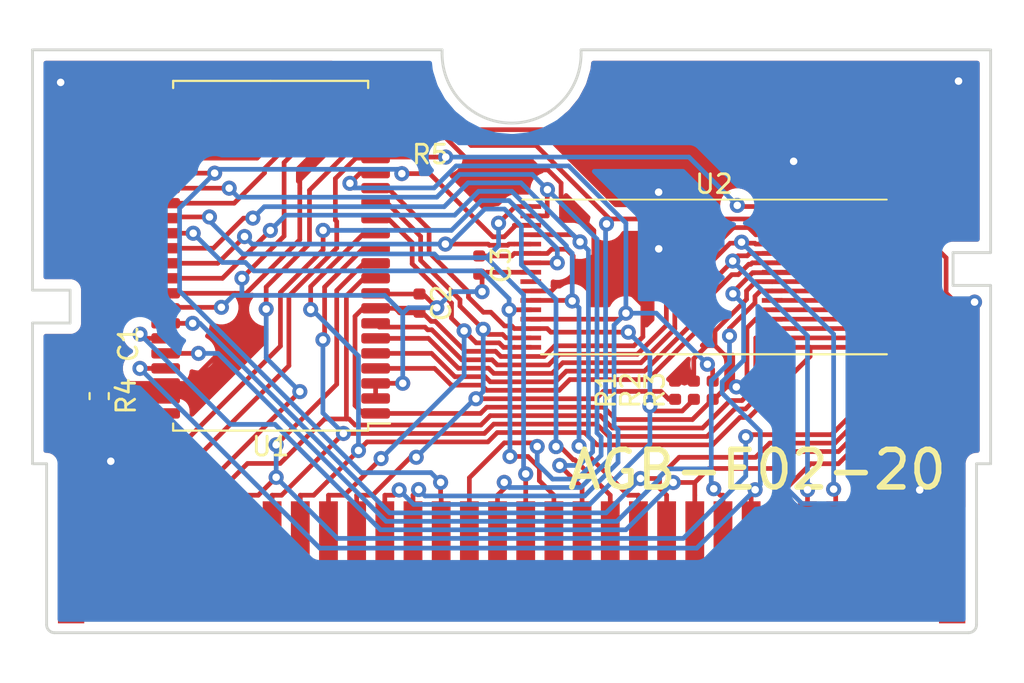
<source format=kicad_pcb>
(kicad_pcb (version 20171130) (host pcbnew "(5.1.2)-2")

  (general
    (thickness 0.8)
    (drawings 24)
    (tracks 779)
    (zones 0)
    (modules 11)
    (nets 35)
  )

  (page A4)
  (layers
    (0 F.Cu signal)
    (31 B.Cu signal)
    (32 B.Adhes user)
    (33 F.Adhes user)
    (34 B.Paste user)
    (35 F.Paste user)
    (36 B.SilkS user)
    (37 F.SilkS user)
    (38 B.Mask user)
    (39 F.Mask user)
    (40 Dwgs.User user)
    (41 Cmts.User user)
    (42 Eco1.User user)
    (43 Eco2.User user)
    (44 Edge.Cuts user)
    (45 Margin user)
    (46 B.CrtYd user)
    (47 F.CrtYd user)
    (48 B.Fab user)
    (49 F.Fab user)
  )

  (setup
    (last_trace_width 0.25)
    (trace_clearance 0.2)
    (zone_clearance 0.508)
    (zone_45_only no)
    (trace_min 0.1524)
    (via_size 0.8)
    (via_drill 0.4)
    (via_min_size 0.508)
    (via_min_drill 0.254)
    (uvia_size 0.3)
    (uvia_drill 0.1)
    (uvias_allowed no)
    (uvia_min_size 0.2)
    (uvia_min_drill 0.1)
    (edge_width 0.05)
    (segment_width 0.2)
    (pcb_text_width 0.3)
    (pcb_text_size 1.5 1.5)
    (mod_edge_width 0.12)
    (mod_text_size 1 1)
    (mod_text_width 0.15)
    (pad_size 1.4 6.5)
    (pad_drill 0)
    (pad_to_mask_clearance 0.0508)
    (solder_mask_min_width 0.101)
    (aux_axis_origin 0 0)
    (visible_elements 7FFFEFFF)
    (pcbplotparams
      (layerselection 0x010fc_ffffffff)
      (usegerberextensions false)
      (usegerberattributes false)
      (usegerberadvancedattributes false)
      (creategerberjobfile false)
      (excludeedgelayer true)
      (linewidth 0.100000)
      (plotframeref false)
      (viasonmask false)
      (mode 1)
      (useauxorigin false)
      (hpglpennumber 1)
      (hpglpenspeed 20)
      (hpglpendiameter 15.000000)
      (psnegative false)
      (psa4output false)
      (plotreference true)
      (plotvalue true)
      (plotinvisibletext false)
      (padsonsilk false)
      (subtractmaskfromsilk false)
      (outputformat 1)
      (mirror false)
      (drillshape 0)
      (scaleselection 1)
      (outputdirectory "C:/Users/Martin Refseth/Desktop/FireLizard/"))
  )

  (net 0 "")
  (net 1 +3V3)
  (net 2 GND)
  (net 3 A5)
  (net 4 A6)
  (net 5 A7)
  (net 6 CS2)
  (net 7 D7)
  (net 8 D6)
  (net 9 D5)
  (net 10 D4)
  (net 11 D3)
  (net 12 D2)
  (net 13 D1)
  (net 14 D0)
  (net 15 WR)
  (net 16 A15)
  (net 17 A14)
  (net 18 A13)
  (net 19 A12)
  (net 20 A11)
  (net 21 A10)
  (net 22 A9)
  (net 23 A8)
  (net 24 A4)
  (net 25 A3)
  (net 26 A2)
  (net 27 A1)
  (net 28 A0)
  (net 29 CS)
  (net 30 RD)
  (net 31 "Net-(U0-Pad2)")
  (net 32 "Net-(U1-Pad23)")
  (net 33 "Net-(U1-Pad44)")
  (net 34 "Net-(U2-Pad9)")

  (net_class Default "This is the default net class."
    (clearance 0.2)
    (trace_width 0.25)
    (via_dia 0.8)
    (via_drill 0.4)
    (uvia_dia 0.3)
    (uvia_drill 0.1)
    (add_net +3V3)
    (add_net A0)
    (add_net A1)
    (add_net A10)
    (add_net A11)
    (add_net A12)
    (add_net A13)
    (add_net A14)
    (add_net A15)
    (add_net A2)
    (add_net A3)
    (add_net A4)
    (add_net A5)
    (add_net A6)
    (add_net A7)
    (add_net A8)
    (add_net A9)
    (add_net CS)
    (add_net CS2)
    (add_net D0)
    (add_net D1)
    (add_net D2)
    (add_net D3)
    (add_net D4)
    (add_net D5)
    (add_net D6)
    (add_net D7)
    (add_net GND)
    (add_net "Net-(U0-Pad2)")
    (add_net "Net-(U1-Pad23)")
    (add_net "Net-(U1-Pad44)")
    (add_net "Net-(U2-Pad9)")
    (add_net RD)
    (add_net WR)
  )

  (module NintendoFootprints:GBA-Flash (layer F.Cu) (tedit 5DFEF054) (tstamp 5DFF3CD1)
    (at 146.431 104.752)
    (descr "TSOP-I, 32 Pin (http://www.issi.com/WW/pdf/61-64C5128AL.pdf), generated with kicad-footprint-generator ipc_gullwing_generator.py")
    (tags "TSOP-I SO")
    (path /5DFEC9FD)
    (attr smd)
    (fp_text reference U2 (at 0 -4.95) (layer F.SilkS)
      (effects (font (size 1 1) (thickness 0.15)))
    )
    (fp_text value LE26FV10N1TS (at 0 4.95) (layer F.Fab)
      (effects (font (size 1 1) (thickness 0.15)))
    )
    (fp_text user %R (at -3.325 0) (layer F.Fab)
      (effects (font (size 1 1) (thickness 0.15)))
    )
    (fp_text user %R (at -3.325 0) (layer F.Fab)
      (effects (font (size 1 1) (thickness 0.15)))
    )
    (fp_line (start -8.2 -4) (end 9.2 -4) (layer F.Fab) (width 0.1))
    (fp_line (start 9.2 4) (end -9.2 4) (layer F.Fab) (width 0.1))
    (fp_line (start -9.2 4.12) (end 9.2 4.12) (layer F.SilkS) (width 0.12))
    (fp_line (start -10.55 -4.25) (end 10.55 -4.25) (layer F.CrtYd) (width 0.05))
    (fp_line (start 9.2 -4) (end 9.2 4) (layer F.Fab) (width 0.1))
    (fp_line (start -9.2 4) (end -9.2 -3) (layer F.Fab) (width 0.1))
    (fp_line (start 10.55 4.25) (end -10.55 4.25) (layer F.CrtYd) (width 0.05))
    (fp_line (start -10.55 4.25) (end -10.55 -4.25) (layer F.CrtYd) (width 0.05))
    (fp_line (start 10.55 -4.25) (end 10.55 4.25) (layer F.CrtYd) (width 0.05))
    (fp_line (start 9.2 -4.12) (end -10.2 -4.12) (layer F.SilkS) (width 0.1))
    (fp_line (start -8.2 -4) (end -9.2 -3) (layer F.Fab) (width 0.1))
    (fp_line (start 0 4.16) (end 0 4.16) (layer B.Fab) (width 0.12))
    (fp_line (start 2.575 -4) (end 2.575 4) (layer F.Fab) (width 0.1))
    (pad 31 smd rect (at 9.75 -3.25) (size 1.1 0.25) (layers F.Cu F.Paste F.Mask)
      (net 21 A10))
    (pad 10 smd rect (at -9.75 0.75) (size 1.1 0.25) (layers F.Cu F.Paste F.Mask)
      (net 2 GND))
    (pad 26 smd rect (at 9.75 -0.75) (size 1.1 0.25) (layers F.Cu F.Paste F.Mask)
      (net 10 D4))
    (pad 18 smd rect (at 9.75 3.25) (size 1.1 0.25) (layers F.Cu F.Paste F.Mask)
      (net 26 A2))
    (pad 12 smd rect (at -9.75 1.75) (size 1.1 0.25) (layers F.Cu F.Paste F.Mask)
      (net 19 A12))
    (pad 19 smd rect (at 9.75 2.75) (size 1.1 0.25) (layers F.Cu F.Paste F.Mask)
      (net 27 A1))
    (pad 23 smd rect (at 9.75 0.75) (size 1.1 0.25) (layers F.Cu F.Paste F.Mask)
      (net 12 D2))
    (pad 20 smd rect (at 9.75 2.25) (size 1.1 0.25) (layers F.Cu F.Paste F.Mask)
      (net 28 A0))
    (pad 14 smd rect (at -9.75 2.75) (size 1.1 0.25) (layers F.Cu F.Paste F.Mask)
      (net 4 A6))
    (pad 6 smd rect (at -9.75 -1.25) (size 1.1 0.25) (layers F.Cu F.Paste F.Mask)
      (net 2 GND))
    (pad 21 smd rect (at 9.75 1.75) (size 1.1 0.25) (layers F.Cu F.Paste F.Mask)
      (net 14 D0))
    (pad 30 smd rect (at 9.75 -2.75) (size 1.1 0.25) (layers F.Cu F.Paste F.Mask)
      (net 6 CS2))
    (pad 28 smd rect (at 9.75 -1.75) (size 1.1 0.25) (layers F.Cu F.Paste F.Mask)
      (net 8 D6))
    (pad 24 smd rect (at 9.75 0.25) (size 1.1 0.25) (layers F.Cu F.Paste F.Mask)
      (net 2 GND))
    (pad 22 smd rect (at 9.75 1.25) (size 1.1 0.25) (layers F.Cu F.Paste F.Mask)
      (net 13 D1))
    (pad 16 smd rect (at -9.75 3.75) (size 1.1 0.25) (layers F.Cu F.Paste F.Mask)
      (net 24 A4))
    (pad 7 smd rect (at -9.75 -0.75) (size 1.1 0.25) (layers F.Cu F.Paste F.Mask)
      (net 15 WR))
    (pad 5 smd rect (at -9.75 -1.75) (size 1.1 0.25) (layers F.Cu F.Paste F.Mask)
      (net 17 A14))
    (pad 15 smd rect (at -9.75 3.25) (size 1.1 0.25) (layers F.Cu F.Paste F.Mask)
      (net 3 A5))
    (pad 13 smd rect (at -9.75 2.25) (size 1.1 0.25) (layers F.Cu F.Paste F.Mask)
      (net 5 A7))
    (pad 9 smd rect (at -9.75 0.25) (size 1.1 0.25) (layers F.Cu F.Paste F.Mask)
      (net 34 "Net-(U2-Pad9)"))
    (pad 27 smd rect (at 9.75 -1.25) (size 1.1 0.25) (layers F.Cu F.Paste F.Mask)
      (net 9 D5))
    (pad 29 smd rect (at 9.75 -2.25) (size 1.1 0.25) (layers F.Cu F.Paste F.Mask)
      (net 7 D7))
    (pad 32 smd rect (at 9.75 -3.75) (size 1.1 0.25) (layers F.Cu F.Paste F.Mask)
      (net 30 RD))
    (pad 25 smd rect (at 9.75 -0.25) (size 1.1 0.25) (layers F.Cu F.Paste F.Mask)
      (net 11 D3))
    (pad 11 smd rect (at -9.75 1.25) (size 1.1 0.25) (layers F.Cu F.Paste F.Mask)
      (net 16 A15))
    (pad 8 smd rect (at -9.75 -0.25) (size 1.1 0.25) (layers F.Cu F.Paste F.Mask)
      (net 1 +3V3))
    (pad 4 smd rect (at -9.75 -2.25) (size 1.1 0.25) (layers F.Cu F.Paste F.Mask)
      (net 18 A13))
    (pad 17 smd rect (at 9.75 3.75) (size 1.1 0.25) (layers F.Cu F.Paste F.Mask)
      (net 25 A3))
    (pad 1 smd rect (at -9.75 -3.75) (size 1.1 0.25) (layers F.Cu F.Paste F.Mask)
      (net 20 A11))
    (pad 3 smd rect (at -9.75 -2.75) (size 1.1 0.25) (layers F.Cu F.Paste F.Mask)
      (net 23 A8))
    (pad 2 smd rect (at -9.75 -3.25) (size 1.1 0.25) (layers F.Cu F.Paste F.Mask)
      (net 22 A9))
    (pad 32 smd rect (at 3.1 -3.75) (size 1.1 0.25) (layers F.Cu F.Paste F.Mask)
      (net 30 RD))
    (pad 22 smd rect (at 3.1 1.25) (size 1.1 0.25) (layers F.Cu F.Paste F.Mask)
      (net 13 D1))
    (pad 20 smd rect (at 3.1 2.25) (size 1.1 0.25) (layers F.Cu F.Paste F.Mask)
      (net 28 A0))
    (pad 28 smd rect (at 3.1 -1.75) (size 1.1 0.25) (layers F.Cu F.Paste F.Mask)
      (net 8 D6))
    (pad 27 smd rect (at 3.1 -1.25) (size 1.1 0.25) (layers F.Cu F.Paste F.Mask)
      (net 9 D5))
    (pad 23 smd rect (at 3.1 0.75) (size 1.1 0.25) (layers F.Cu F.Paste F.Mask)
      (net 12 D2))
    (pad 19 smd rect (at 3.1 2.75) (size 1.1 0.25) (layers F.Cu F.Paste F.Mask)
      (net 27 A1))
    (pad 30 smd rect (at 3.1 -2.75) (size 1.1 0.25) (layers F.Cu F.Paste F.Mask)
      (net 6 CS2))
    (pad 17 smd rect (at 3.1 3.75) (size 1.1 0.25) (layers F.Cu F.Paste F.Mask)
      (net 25 A3))
    (pad 18 smd rect (at 3.1 3.25) (size 1.1 0.25) (layers F.Cu F.Paste F.Mask)
      (net 26 A2))
    (pad 21 smd rect (at 3.1 1.75) (size 1.1 0.25) (layers F.Cu F.Paste F.Mask)
      (net 14 D0))
    (pad 24 smd rect (at 3.1 0.25) (size 1.1 0.25) (layers F.Cu F.Paste F.Mask)
      (net 2 GND))
    (pad 31 smd rect (at 3.1 -3.25) (size 1.1 0.25) (layers F.Cu F.Paste F.Mask)
      (net 21 A10))
    (pad 26 smd rect (at 3.1 -0.75) (size 1.1 0.25) (layers F.Cu F.Paste F.Mask)
      (net 10 D4))
    (pad 29 smd rect (at 3.1 -2.25) (size 1.1 0.25) (layers F.Cu F.Paste F.Mask)
      (net 7 D7))
    (pad 25 smd rect (at 3.1 -0.25) (size 1.1 0.25) (layers F.Cu F.Paste F.Mask)
      (net 11 D3))
    (model ${KISYS3DMOD}/Package_SO.3dshapes/TSOP-I-32_11.8x8mm_P0.5mm.wrl
      (at (xyz 0 0 0))
      (scale (xyz 1 1 1))
      (rotate (xyz 0 0 0))
    )
  )

  (module NintendoFootprints:CartBus (layer F.Cu) (tedit 5DFEE0CA) (tstamp 5DFF3C44)
    (at 111.512 116.705)
    (descr "Connector Pads for Gameboy Cartridges")
    (path /5DFED49D)
    (fp_text reference U0 (at 23.12 -2.565) (layer F.SilkS) hide
      (effects (font (size 1.27 1.27) (thickness 0.15)))
    )
    (fp_text value CartBus (at 24.49 -7.525) (layer F.SilkS) hide
      (effects (font (size 1.27 1.27) (thickness 0.15)))
    )
    (pad 32 smd rect (at 47.6 3.25 180) (size 1.4 6.5) (layers F.Cu F.Paste F.Mask)
      (net 2 GND) (solder_mask_margin 0.0508))
    (pad 31 smd rect (at 45.9 3) (size 1 6) (layers F.Cu F.Paste F.Mask)
      (net 2 GND) (solder_mask_margin 0.0508))
    (pad 30 smd rect (at 44.4 3) (size 1 6) (layers F.Cu F.Paste F.Mask)
      (net 6 CS2) (solder_mask_margin 0.0508))
    (pad 29 smd rect (at 42.9 3) (size 1 6) (layers F.Cu F.Paste F.Mask)
      (net 7 D7) (solder_mask_margin 0.0508))
    (pad 28 smd rect (at 41.4 3) (size 1 6) (layers F.Cu F.Paste F.Mask)
      (net 8 D6) (solder_mask_margin 0.0508))
    (pad 27 smd rect (at 39.9 3) (size 1 6) (layers F.Cu F.Paste F.Mask)
      (net 9 D5) (solder_mask_margin 0.0508))
    (pad 26 smd rect (at 38.4 3) (size 1 6) (layers F.Cu F.Paste F.Mask)
      (net 10 D4) (solder_mask_margin 0.0508))
    (pad 25 smd rect (at 36.9 3) (size 1 6) (layers F.Cu F.Paste F.Mask)
      (net 11 D3) (solder_mask_margin 0.0508))
    (pad 24 smd rect (at 35.4 3) (size 1 6) (layers F.Cu F.Paste F.Mask)
      (net 12 D2) (solder_mask_margin 0.0508))
    (pad 23 smd rect (at 33.9 3) (size 1 6) (layers F.Cu F.Paste F.Mask)
      (net 13 D1) (solder_mask_margin 0.0508))
    (pad 22 smd rect (at 32.4 3) (size 1 6) (layers F.Cu F.Paste F.Mask)
      (net 14 D0) (solder_mask_margin 0.0508))
    (pad 3 smd rect (at 3.9 3 180) (size 1 6) (layers F.Cu F.Paste F.Mask)
      (net 15 WR) (solder_mask_margin 0.0508))
    (pad 21 smd rect (at 30.9 3) (size 1 6) (layers F.Cu F.Paste F.Mask)
      (net 16 A15) (solder_mask_margin 0.0508))
    (pad 20 smd rect (at 29.4 3) (size 1 6) (layers F.Cu F.Paste F.Mask)
      (net 17 A14) (solder_mask_margin 0.0508))
    (pad 19 smd rect (at 27.9 3) (size 1 6) (layers F.Cu F.Paste F.Mask)
      (net 18 A13) (solder_mask_margin 0.0508))
    (pad 18 smd rect (at 26.4 3) (size 1 6) (layers F.Cu F.Paste F.Mask)
      (net 19 A12) (solder_mask_margin 0.0508))
    (pad 17 smd rect (at 24.9 3) (size 1 6) (layers F.Cu F.Paste F.Mask)
      (net 20 A11) (solder_mask_margin 0.0508))
    (pad 16 smd rect (at 23.4 3) (size 1 6) (layers F.Cu F.Paste F.Mask)
      (net 21 A10) (solder_mask_margin 0.0508))
    (pad 15 smd rect (at 21.9 3) (size 1 6) (layers F.Cu F.Paste F.Mask)
      (net 22 A9) (solder_mask_margin 0.0508))
    (pad 14 smd rect (at 20.4 3) (size 1 6) (layers F.Cu F.Paste F.Mask)
      (net 23 A8) (solder_mask_margin 0.0508))
    (pad 13 smd rect (at 18.9 3) (size 1 6) (layers F.Cu F.Paste F.Mask)
      (net 5 A7) (solder_mask_margin 0.0508))
    (pad 12 smd rect (at 17.4 3) (size 1 6) (layers F.Cu F.Paste F.Mask)
      (net 4 A6) (solder_mask_margin 0.0508))
    (pad 11 smd rect (at 15.9 3) (size 1 6) (layers F.Cu F.Paste F.Mask)
      (net 3 A5) (solder_mask_margin 0.0508))
    (pad 10 smd rect (at 14.4 3) (size 1 6) (layers F.Cu F.Paste F.Mask)
      (net 24 A4) (solder_mask_margin 0.0508))
    (pad 9 smd rect (at 12.9 3) (size 1 6) (layers F.Cu F.Paste F.Mask)
      (net 25 A3) (solder_mask_margin 0.0508))
    (pad 8 smd rect (at 11.4 3) (size 1 6) (layers F.Cu F.Paste F.Mask)
      (net 26 A2) (solder_mask_margin 0.0508))
    (pad 7 smd rect (at 9.9 3) (size 1 6) (layers F.Cu F.Paste F.Mask)
      (net 27 A1) (solder_mask_margin 0.0508))
    (pad 6 smd rect (at 8.4 3) (size 1 6) (layers F.Cu F.Paste F.Mask)
      (net 28 A0) (solder_mask_margin 0.0508))
    (pad 5 smd rect (at 6.9 3) (size 1 6) (layers F.Cu F.Paste F.Mask)
      (net 29 CS) (solder_mask_margin 0.0508))
    (pad 4 smd rect (at 5.4 3 180) (size 1 6) (layers F.Cu F.Paste F.Mask)
      (net 30 RD) (solder_mask_margin 0.0508))
    (pad 2 smd rect (at 2.4 3) (size 1 6) (layers F.Cu F.Paste F.Mask)
      (net 31 "Net-(U0-Pad2)") (solder_mask_margin 0.0508))
    (pad 1 smd rect (at 0.7 3.25 180) (size 1.4 6.5) (layers F.Cu F.Paste F.Mask)
      (net 1 +3V3) (solder_mask_margin 0.0508))
  )

  (module Capacitor_SMD:C_0402_1005Metric (layer F.Cu) (tedit 5B301BBE) (tstamp 5DFF3BB5)
    (at 114.092 108.316 270)
    (descr "Capacitor SMD 0402 (1005 Metric), square (rectangular) end terminal, IPC_7351 nominal, (Body size source: http://www.tortai-tech.com/upload/download/2011102023233369053.pdf), generated with kicad-footprint-generator")
    (tags capacitor)
    (path /5E01A6B1)
    (attr smd)
    (fp_text reference C1 (at 0 -1.17 90) (layer F.SilkS)
      (effects (font (size 1 1) (thickness 0.15)))
    )
    (fp_text value C (at 0 1.17 90) (layer F.Fab)
      (effects (font (size 1 1) (thickness 0.15)))
    )
    (fp_line (start -0.5 0.25) (end -0.5 -0.25) (layer F.Fab) (width 0.1))
    (fp_line (start -0.5 -0.25) (end 0.5 -0.25) (layer F.Fab) (width 0.1))
    (fp_line (start 0.5 -0.25) (end 0.5 0.25) (layer F.Fab) (width 0.1))
    (fp_line (start 0.5 0.25) (end -0.5 0.25) (layer F.Fab) (width 0.1))
    (fp_line (start -0.93 0.47) (end -0.93 -0.47) (layer F.CrtYd) (width 0.05))
    (fp_line (start -0.93 -0.47) (end 0.93 -0.47) (layer F.CrtYd) (width 0.05))
    (fp_line (start 0.93 -0.47) (end 0.93 0.47) (layer F.CrtYd) (width 0.05))
    (fp_line (start 0.93 0.47) (end -0.93 0.47) (layer F.CrtYd) (width 0.05))
    (fp_text user %R (at 0 0 90) (layer F.Fab)
      (effects (font (size 0.25 0.25) (thickness 0.04)))
    )
    (pad 1 smd roundrect (at -0.485 0 270) (size 0.59 0.64) (layers F.Cu F.Paste F.Mask) (roundrect_rratio 0.25)
      (net 1 +3V3))
    (pad 2 smd roundrect (at 0.485 0 270) (size 0.59 0.64) (layers F.Cu F.Paste F.Mask) (roundrect_rratio 0.25)
      (net 2 GND))
    (model ${KISYS3DMOD}/Capacitor_SMD.3dshapes/C_0402_1005Metric.wrl
      (at (xyz 0 0 0))
      (scale (xyz 1 1 1))
      (rotate (xyz 0 0 0))
    )
  )

  (module Capacitor_SMD:C_0402_1005Metric (layer F.Cu) (tedit 5B301BBE) (tstamp 5DFF3BC4)
    (at 130.757 106.147 270)
    (descr "Capacitor SMD 0402 (1005 Metric), square (rectangular) end terminal, IPC_7351 nominal, (Body size source: http://www.tortai-tech.com/upload/download/2011102023233369053.pdf), generated with kicad-footprint-generator")
    (tags capacitor)
    (path /5E00F60E)
    (attr smd)
    (fp_text reference C2 (at 0 -1.17 90) (layer F.SilkS)
      (effects (font (size 1 1) (thickness 0.15)))
    )
    (fp_text value C (at 0 1.17 90) (layer F.Fab)
      (effects (font (size 1 1) (thickness 0.15)))
    )
    (fp_text user %R (at 0 0 90) (layer F.Fab)
      (effects (font (size 0.25 0.25) (thickness 0.04)))
    )
    (fp_line (start 0.93 0.47) (end -0.93 0.47) (layer F.CrtYd) (width 0.05))
    (fp_line (start 0.93 -0.47) (end 0.93 0.47) (layer F.CrtYd) (width 0.05))
    (fp_line (start -0.93 -0.47) (end 0.93 -0.47) (layer F.CrtYd) (width 0.05))
    (fp_line (start -0.93 0.47) (end -0.93 -0.47) (layer F.CrtYd) (width 0.05))
    (fp_line (start 0.5 0.25) (end -0.5 0.25) (layer F.Fab) (width 0.1))
    (fp_line (start 0.5 -0.25) (end 0.5 0.25) (layer F.Fab) (width 0.1))
    (fp_line (start -0.5 -0.25) (end 0.5 -0.25) (layer F.Fab) (width 0.1))
    (fp_line (start -0.5 0.25) (end -0.5 -0.25) (layer F.Fab) (width 0.1))
    (pad 2 smd roundrect (at 0.485 0 270) (size 0.59 0.64) (layers F.Cu F.Paste F.Mask) (roundrect_rratio 0.25)
      (net 2 GND))
    (pad 1 smd roundrect (at -0.485 0 270) (size 0.59 0.64) (layers F.Cu F.Paste F.Mask) (roundrect_rratio 0.25)
      (net 1 +3V3))
    (model ${KISYS3DMOD}/Capacitor_SMD.3dshapes/C_0402_1005Metric.wrl
      (at (xyz 0 0 0))
      (scale (xyz 1 1 1))
      (rotate (xyz 0 0 0))
    )
  )

  (module Capacitor_SMD:C_0402_1005Metric (layer F.Cu) (tedit 5B301BBE) (tstamp 5DFF3BD3)
    (at 133.937 104.12 270)
    (descr "Capacitor SMD 0402 (1005 Metric), square (rectangular) end terminal, IPC_7351 nominal, (Body size source: http://www.tortai-tech.com/upload/download/2011102023233369053.pdf), generated with kicad-footprint-generator")
    (tags capacitor)
    (path /5E003A9F)
    (attr smd)
    (fp_text reference C3 (at 0 -1.17 90) (layer F.SilkS)
      (effects (font (size 1 1) (thickness 0.15)))
    )
    (fp_text value C (at 0 1.17 90) (layer F.Fab)
      (effects (font (size 1 1) (thickness 0.15)))
    )
    (fp_line (start -0.5 0.25) (end -0.5 -0.25) (layer F.Fab) (width 0.1))
    (fp_line (start -0.5 -0.25) (end 0.5 -0.25) (layer F.Fab) (width 0.1))
    (fp_line (start 0.5 -0.25) (end 0.5 0.25) (layer F.Fab) (width 0.1))
    (fp_line (start 0.5 0.25) (end -0.5 0.25) (layer F.Fab) (width 0.1))
    (fp_line (start -0.93 0.47) (end -0.93 -0.47) (layer F.CrtYd) (width 0.05))
    (fp_line (start -0.93 -0.47) (end 0.93 -0.47) (layer F.CrtYd) (width 0.05))
    (fp_line (start 0.93 -0.47) (end 0.93 0.47) (layer F.CrtYd) (width 0.05))
    (fp_line (start 0.93 0.47) (end -0.93 0.47) (layer F.CrtYd) (width 0.05))
    (fp_text user %R (at 0 0 90) (layer F.Fab)
      (effects (font (size 0.25 0.25) (thickness 0.04)))
    )
    (pad 1 smd roundrect (at -0.485 0 270) (size 0.59 0.64) (layers F.Cu F.Paste F.Mask) (roundrect_rratio 0.25)
      (net 2 GND))
    (pad 2 smd roundrect (at 0.485 0 270) (size 0.59 0.64) (layers F.Cu F.Paste F.Mask) (roundrect_rratio 0.25)
      (net 1 +3V3))
    (model ${KISYS3DMOD}/Capacitor_SMD.3dshapes/C_0402_1005Metric.wrl
      (at (xyz 0 0 0))
      (scale (xyz 1 1 1))
      (rotate (xyz 0 0 0))
    )
  )

  (module Resistor_SMD:R_0402_1005Metric (layer F.Cu) (tedit 5B301BBD) (tstamp 5DFF3BE2)
    (at 144.363 110.787 270)
    (descr "Resistor SMD 0402 (1005 Metric), square (rectangular) end terminal, IPC_7351 nominal, (Body size source: http://www.tortai-tech.com/upload/download/2011102023233369053.pdf), generated with kicad-footprint-generator")
    (tags resistor)
    (path /5DFF4114)
    (attr smd)
    (fp_text reference R1 (at 0 3.67188 90) (layer F.SilkS)
      (effects (font (size 1 1) (thickness 0.15)))
    )
    (fp_text value NC (at 0 1.17 90) (layer F.Fab)
      (effects (font (size 1 1) (thickness 0.15)))
    )
    (fp_line (start -0.5 0.25) (end -0.5 -0.25) (layer F.Fab) (width 0.1))
    (fp_line (start -0.5 -0.25) (end 0.5 -0.25) (layer F.Fab) (width 0.1))
    (fp_line (start 0.5 -0.25) (end 0.5 0.25) (layer F.Fab) (width 0.1))
    (fp_line (start 0.5 0.25) (end -0.5 0.25) (layer F.Fab) (width 0.1))
    (fp_line (start -0.93 0.47) (end -0.93 -0.47) (layer F.CrtYd) (width 0.05))
    (fp_line (start -0.93 -0.47) (end 0.93 -0.47) (layer F.CrtYd) (width 0.05))
    (fp_line (start 0.93 -0.47) (end 0.93 0.47) (layer F.CrtYd) (width 0.05))
    (fp_line (start 0.93 0.47) (end -0.93 0.47) (layer F.CrtYd) (width 0.05))
    (fp_text user %R (at 0 0 90) (layer F.Fab)
      (effects (font (size 0.25 0.25) (thickness 0.04)))
    )
    (pad 1 smd roundrect (at -0.485 0 270) (size 0.59 0.64) (layers F.Cu F.Paste F.Mask) (roundrect_rratio 0.25)
      (net 2 GND))
    (pad 2 smd roundrect (at 0.485 0 270) (size 0.59 0.64) (layers F.Cu F.Paste F.Mask) (roundrect_rratio 0.25)
      (net 3 A5))
    (model ${KISYS3DMOD}/Resistor_SMD.3dshapes/R_0402_1005Metric.wrl
      (at (xyz 0 0 0))
      (scale (xyz 1 1 1))
      (rotate (xyz 0 0 0))
    )
  )

  (module Resistor_SMD:R_0402_1005Metric (layer F.Cu) (tedit 5B301BBD) (tstamp 5DFF3BF1)
    (at 145.363 110.787 270)
    (descr "Resistor SMD 0402 (1005 Metric), square (rectangular) end terminal, IPC_7351 nominal, (Body size source: http://www.tortai-tech.com/upload/download/2011102023233369053.pdf), generated with kicad-footprint-generator")
    (tags resistor)
    (path /5DFF46E0)
    (attr smd)
    (fp_text reference R2 (at 0 3.37188 90) (layer F.SilkS)
      (effects (font (size 1 1) (thickness 0.15)))
    )
    (fp_text value NC (at 0 1.17 90) (layer F.Fab)
      (effects (font (size 1 1) (thickness 0.15)))
    )
    (fp_text user %R (at 0 0 90) (layer F.Fab)
      (effects (font (size 0.25 0.25) (thickness 0.04)))
    )
    (fp_line (start 0.93 0.47) (end -0.93 0.47) (layer F.CrtYd) (width 0.05))
    (fp_line (start 0.93 -0.47) (end 0.93 0.47) (layer F.CrtYd) (width 0.05))
    (fp_line (start -0.93 -0.47) (end 0.93 -0.47) (layer F.CrtYd) (width 0.05))
    (fp_line (start -0.93 0.47) (end -0.93 -0.47) (layer F.CrtYd) (width 0.05))
    (fp_line (start 0.5 0.25) (end -0.5 0.25) (layer F.Fab) (width 0.1))
    (fp_line (start 0.5 -0.25) (end 0.5 0.25) (layer F.Fab) (width 0.1))
    (fp_line (start -0.5 -0.25) (end 0.5 -0.25) (layer F.Fab) (width 0.1))
    (fp_line (start -0.5 0.25) (end -0.5 -0.25) (layer F.Fab) (width 0.1))
    (pad 2 smd roundrect (at 0.485 0 270) (size 0.59 0.64) (layers F.Cu F.Paste F.Mask) (roundrect_rratio 0.25)
      (net 4 A6))
    (pad 1 smd roundrect (at -0.485 0 270) (size 0.59 0.64) (layers F.Cu F.Paste F.Mask) (roundrect_rratio 0.25)
      (net 2 GND))
    (model ${KISYS3DMOD}/Resistor_SMD.3dshapes/R_0402_1005Metric.wrl
      (at (xyz 0 0 0))
      (scale (xyz 1 1 1))
      (rotate (xyz 0 0 0))
    )
  )

  (module Resistor_SMD:R_0402_1005Metric (layer F.Cu) (tedit 5B301BBD) (tstamp 5DFF3C00)
    (at 146.363 110.787 90)
    (descr "Resistor SMD 0402 (1005 Metric), square (rectangular) end terminal, IPC_7351 nominal, (Body size source: http://www.tortai-tech.com/upload/download/2011102023233369053.pdf), generated with kicad-footprint-generator")
    (tags resistor)
    (path /5DFF4A79)
    (attr smd)
    (fp_text reference R3 (at 0 -3.07188 90) (layer F.SilkS)
      (effects (font (size 1 1) (thickness 0.15)))
    )
    (fp_text value NC (at 0 1.17 90) (layer F.Fab)
      (effects (font (size 1 1) (thickness 0.15)))
    )
    (fp_line (start -0.5 0.25) (end -0.5 -0.25) (layer F.Fab) (width 0.1))
    (fp_line (start -0.5 -0.25) (end 0.5 -0.25) (layer F.Fab) (width 0.1))
    (fp_line (start 0.5 -0.25) (end 0.5 0.25) (layer F.Fab) (width 0.1))
    (fp_line (start 0.5 0.25) (end -0.5 0.25) (layer F.Fab) (width 0.1))
    (fp_line (start -0.93 0.47) (end -0.93 -0.47) (layer F.CrtYd) (width 0.05))
    (fp_line (start -0.93 -0.47) (end 0.93 -0.47) (layer F.CrtYd) (width 0.05))
    (fp_line (start 0.93 -0.47) (end 0.93 0.47) (layer F.CrtYd) (width 0.05))
    (fp_line (start 0.93 0.47) (end -0.93 0.47) (layer F.CrtYd) (width 0.05))
    (fp_text user %R (at 0 0 90) (layer F.Fab)
      (effects (font (size 0.25 0.25) (thickness 0.04)))
    )
    (pad 1 smd roundrect (at -0.485 0 90) (size 0.59 0.64) (layers F.Cu F.Paste F.Mask) (roundrect_rratio 0.25)
      (net 2 GND))
    (pad 2 smd roundrect (at 0.485 0 90) (size 0.59 0.64) (layers F.Cu F.Paste F.Mask) (roundrect_rratio 0.25)
      (net 5 A7))
    (model ${KISYS3DMOD}/Resistor_SMD.3dshapes/R_0402_1005Metric.wrl
      (at (xyz 0 0 0))
      (scale (xyz 1 1 1))
      (rotate (xyz 0 0 0))
    )
  )

  (module Capacitor_SMD:C_0603_1608Metric (layer F.Cu) (tedit 5B301BBE) (tstamp 5DFF3C11)
    (at 113.708 111.1 270)
    (descr "Capacitor SMD 0603 (1608 Metric), square (rectangular) end terminal, IPC_7351 nominal, (Body size source: http://www.tortai-tech.com/upload/download/2011102023233369053.pdf), generated with kicad-footprint-generator")
    (tags capacitor)
    (path /5E01B00C)
    (attr smd)
    (fp_text reference R4 (at 0 -1.43 90) (layer F.SilkS)
      (effects (font (size 1 1) (thickness 0.15)))
    )
    (fp_text value Cap (at 0 1.43 90) (layer F.Fab)
      (effects (font (size 1 1) (thickness 0.15)))
    )
    (fp_line (start -0.8 0.4) (end -0.8 -0.4) (layer F.Fab) (width 0.1))
    (fp_line (start -0.8 -0.4) (end 0.8 -0.4) (layer F.Fab) (width 0.1))
    (fp_line (start 0.8 -0.4) (end 0.8 0.4) (layer F.Fab) (width 0.1))
    (fp_line (start 0.8 0.4) (end -0.8 0.4) (layer F.Fab) (width 0.1))
    (fp_line (start -0.162779 -0.51) (end 0.162779 -0.51) (layer F.SilkS) (width 0.12))
    (fp_line (start -0.162779 0.51) (end 0.162779 0.51) (layer F.SilkS) (width 0.12))
    (fp_line (start -1.48 0.73) (end -1.48 -0.73) (layer F.CrtYd) (width 0.05))
    (fp_line (start -1.48 -0.73) (end 1.48 -0.73) (layer F.CrtYd) (width 0.05))
    (fp_line (start 1.48 -0.73) (end 1.48 0.73) (layer F.CrtYd) (width 0.05))
    (fp_line (start 1.48 0.73) (end -1.48 0.73) (layer F.CrtYd) (width 0.05))
    (fp_text user %R (at 0 0 90) (layer F.Fab)
      (effects (font (size 0.4 0.4) (thickness 0.06)))
    )
    (pad 1 smd roundrect (at -0.7875 0 270) (size 0.875 0.95) (layers F.Cu F.Paste F.Mask) (roundrect_rratio 0.25)
      (net 2 GND))
    (pad 2 smd roundrect (at 0.7875 0 270) (size 0.875 0.95) (layers F.Cu F.Paste F.Mask) (roundrect_rratio 0.25)
      (net 1 +3V3))
    (model ${KISYS3DMOD}/Capacitor_SMD.3dshapes/C_0603_1608Metric.wrl
      (at (xyz 0 0 0))
      (scale (xyz 1 1 1))
      (rotate (xyz 0 0 0))
    )
  )

  (module Resistor_SMD:R_0402_1005Metric (layer F.Cu) (tedit 5B301BBD) (tstamp 5DFF3C20)
    (at 131.338 97.0585 180)
    (descr "Resistor SMD 0402 (1005 Metric), square (rectangular) end terminal, IPC_7351 nominal, (Body size source: http://www.tortai-tech.com/upload/download/2011102023233369053.pdf), generated with kicad-footprint-generator")
    (tags resistor)
    (path /5E00DE81)
    (attr smd)
    (fp_text reference R5 (at 0 -1.17) (layer F.SilkS)
      (effects (font (size 1 1) (thickness 0.15)))
    )
    (fp_text value NC (at 0 1.17) (layer F.Fab)
      (effects (font (size 1 1) (thickness 0.15)))
    )
    (fp_text user %R (at 0 0) (layer F.Fab)
      (effects (font (size 0.25 0.25) (thickness 0.04)))
    )
    (fp_line (start 0.93 0.47) (end -0.93 0.47) (layer F.CrtYd) (width 0.05))
    (fp_line (start 0.93 -0.47) (end 0.93 0.47) (layer F.CrtYd) (width 0.05))
    (fp_line (start -0.93 -0.47) (end 0.93 -0.47) (layer F.CrtYd) (width 0.05))
    (fp_line (start -0.93 0.47) (end -0.93 -0.47) (layer F.CrtYd) (width 0.05))
    (fp_line (start 0.5 0.25) (end -0.5 0.25) (layer F.Fab) (width 0.1))
    (fp_line (start 0.5 -0.25) (end 0.5 0.25) (layer F.Fab) (width 0.1))
    (fp_line (start -0.5 -0.25) (end 0.5 -0.25) (layer F.Fab) (width 0.1))
    (fp_line (start -0.5 0.25) (end -0.5 -0.25) (layer F.Fab) (width 0.1))
    (pad 2 smd roundrect (at 0.485 0 180) (size 0.59 0.64) (layers F.Cu F.Paste F.Mask) (roundrect_rratio 0.25)
      (net 1 +3V3))
    (pad 1 smd roundrect (at -0.485 0 180) (size 0.59 0.64) (layers F.Cu F.Paste F.Mask) (roundrect_rratio 0.25)
      (net 2 GND))
    (model ${KISYS3DMOD}/Resistor_SMD.3dshapes/R_0402_1005Metric.wrl
      (at (xyz 0 0 0))
      (scale (xyz 1 1 1))
      (rotate (xyz 0 0 0))
    )
  )

  (module Package_SO:TSOP-II-44_10.16x18.41mm_P0.8mm (layer F.Cu) (tedit 5B9EAF40) (tstamp 5DFF3C88)
    (at 122.834 103.624 180)
    (descr "TSOP-II, 44 Pin (http://www.issi.com/WW/pdf/61-64C5128AL.pdf), generated with kicad-footprint-generator ipc_gullwing_generator.py")
    (tags "TSOP-II SO")
    (path /5E02AD0B)
    (attr smd)
    (fp_text reference U1 (at 0 -10.16) (layer F.SilkS)
      (effects (font (size 1 1) (thickness 0.15)))
    )
    (fp_text value MX23L12806-12C (at 0 10.16) (layer F.Fab)
      (effects (font (size 1 1) (thickness 0.15)))
    )
    (fp_line (start 0 9.315) (end 0 9.315) (layer B.Fab) (width 0.12))
    (fp_line (start 0 9.315) (end 5.19 9.315) (layer F.SilkS) (width 0.12))
    (fp_line (start 5.19 9.315) (end 5.19 8.935) (layer F.SilkS) (width 0.12))
    (fp_line (start 0 9.315) (end -5.19 9.315) (layer F.SilkS) (width 0.12))
    (fp_line (start -5.19 9.315) (end -5.19 8.935) (layer F.SilkS) (width 0.12))
    (fp_line (start 0 -9.315) (end 5.19 -9.315) (layer F.SilkS) (width 0.12))
    (fp_line (start 5.19 -9.315) (end 5.19 -8.935) (layer F.SilkS) (width 0.12))
    (fp_line (start 0 -9.315) (end -5.19 -9.315) (layer F.SilkS) (width 0.12))
    (fp_line (start -5.19 -9.315) (end -5.19 -8.935) (layer F.SilkS) (width 0.12))
    (fp_line (start -5.19 -8.935) (end -6.35 -8.935) (layer F.SilkS) (width 0.12))
    (fp_line (start -4.08 -9.205) (end 5.08 -9.205) (layer F.Fab) (width 0.1))
    (fp_line (start 5.08 -9.205) (end 5.08 9.205) (layer F.Fab) (width 0.1))
    (fp_line (start 5.08 9.205) (end -5.08 9.205) (layer F.Fab) (width 0.1))
    (fp_line (start -5.08 9.205) (end -5.08 -8.205) (layer F.Fab) (width 0.1))
    (fp_line (start -5.08 -8.205) (end -4.08 -9.205) (layer F.Fab) (width 0.1))
    (fp_line (start -6.6 -9.46) (end -6.6 9.46) (layer F.CrtYd) (width 0.05))
    (fp_line (start -6.6 9.46) (end 6.6 9.46) (layer F.CrtYd) (width 0.05))
    (fp_line (start 6.6 9.46) (end 6.6 -9.46) (layer F.CrtYd) (width 0.05))
    (fp_line (start 6.6 -9.46) (end -6.6 -9.46) (layer F.CrtYd) (width 0.05))
    (fp_text user %R (at 0 0) (layer F.Fab)
      (effects (font (size 1 1) (thickness 0.15)))
    )
    (pad 1 smd roundrect (at -5.5875 -8.4 180) (size 1.525 0.55) (layers F.Cu F.Paste F.Mask) (roundrect_rratio 0.25)
      (net 2 GND))
    (pad 2 smd roundrect (at -5.5875 -7.6 180) (size 1.525 0.55) (layers F.Cu F.Paste F.Mask) (roundrect_rratio 0.25)
      (net 1 +3V3))
    (pad 3 smd roundrect (at -5.5875 -6.8 180) (size 1.525 0.55) (layers F.Cu F.Paste F.Mask) (roundrect_rratio 0.25)
      (net 1 +3V3))
    (pad 4 smd roundrect (at -5.5875 -6 180) (size 1.525 0.55) (layers F.Cu F.Paste F.Mask) (roundrect_rratio 0.25)
      (net 10 D4))
    (pad 5 smd roundrect (at -5.5875 -5.2 180) (size 1.525 0.55) (layers F.Cu F.Paste F.Mask) (roundrect_rratio 0.25)
      (net 9 D5))
    (pad 6 smd roundrect (at -5.5875 -4.4 180) (size 1.525 0.55) (layers F.Cu F.Paste F.Mask) (roundrect_rratio 0.25)
      (net 8 D6))
    (pad 7 smd roundrect (at -5.5875 -3.6 180) (size 1.525 0.55) (layers F.Cu F.Paste F.Mask) (roundrect_rratio 0.25)
      (net 7 D7))
    (pad 8 smd roundrect (at -5.5875 -2.8 180) (size 1.525 0.55) (layers F.Cu F.Paste F.Mask) (roundrect_rratio 0.25)
      (net 2 GND))
    (pad 9 smd roundrect (at -5.5875 -2 180) (size 1.525 0.55) (layers F.Cu F.Paste F.Mask) (roundrect_rratio 0.25)
      (net 1 +3V3))
    (pad 10 smd roundrect (at -5.5875 -1.2 180) (size 1.525 0.55) (layers F.Cu F.Paste F.Mask) (roundrect_rratio 0.25)
      (net 28 A0))
    (pad 11 smd roundrect (at -5.5875 -0.4 180) (size 1.525 0.55) (layers F.Cu F.Paste F.Mask) (roundrect_rratio 0.25)
      (net 27 A1))
    (pad 12 smd roundrect (at -5.5875 0.4 180) (size 1.525 0.55) (layers F.Cu F.Paste F.Mask) (roundrect_rratio 0.25)
      (net 26 A2))
    (pad 13 smd roundrect (at -5.5875 1.2 180) (size 1.525 0.55) (layers F.Cu F.Paste F.Mask) (roundrect_rratio 0.25)
      (net 25 A3))
    (pad 14 smd roundrect (at -5.5875 2 180) (size 1.525 0.55) (layers F.Cu F.Paste F.Mask) (roundrect_rratio 0.25)
      (net 24 A4))
    (pad 15 smd roundrect (at -5.5875 2.8 180) (size 1.525 0.55) (layers F.Cu F.Paste F.Mask) (roundrect_rratio 0.25)
      (net 3 A5))
    (pad 16 smd roundrect (at -5.5875 3.6 180) (size 1.525 0.55) (layers F.Cu F.Paste F.Mask) (roundrect_rratio 0.25)
      (net 4 A6))
    (pad 17 smd roundrect (at -5.5875 4.4 180) (size 1.525 0.55) (layers F.Cu F.Paste F.Mask) (roundrect_rratio 0.25)
      (net 5 A7))
    (pad 18 smd roundrect (at -5.5875 5.2 180) (size 1.525 0.55) (layers F.Cu F.Paste F.Mask) (roundrect_rratio 0.25)
      (net 30 RD))
    (pad 19 smd roundrect (at -5.5875 6 180) (size 1.525 0.55) (layers F.Cu F.Paste F.Mask) (roundrect_rratio 0.25)
      (net 29 CS))
    (pad 20 smd roundrect (at -5.5875 6.8 180) (size 1.525 0.55) (layers F.Cu F.Paste F.Mask) (roundrect_rratio 0.25)
      (net 2 GND))
    (pad 21 smd roundrect (at -5.5875 7.6 180) (size 1.525 0.55) (layers F.Cu F.Paste F.Mask) (roundrect_rratio 0.25)
      (net 2 GND))
    (pad 22 smd roundrect (at -5.5875 8.4 180) (size 1.525 0.55) (layers F.Cu F.Paste F.Mask) (roundrect_rratio 0.25)
      (net 2 GND))
    (pad 23 smd roundrect (at 5.5875 8.4 180) (size 1.525 0.55) (layers F.Cu F.Paste F.Mask) (roundrect_rratio 0.25)
      (net 32 "Net-(U1-Pad23)"))
    (pad 24 smd roundrect (at 5.5875 7.6 180) (size 1.525 0.55) (layers F.Cu F.Paste F.Mask) (roundrect_rratio 0.25)
      (net 1 +3V3))
    (pad 25 smd roundrect (at 5.5875 6.8 180) (size 1.525 0.55) (layers F.Cu F.Paste F.Mask) (roundrect_rratio 0.25)
      (net 1 +3V3))
    (pad 26 smd roundrect (at 5.5875 6 180) (size 1.525 0.55) (layers F.Cu F.Paste F.Mask) (roundrect_rratio 0.25)
      (net 2 GND))
    (pad 27 smd roundrect (at 5.5875 5.2 180) (size 1.525 0.55) (layers F.Cu F.Paste F.Mask) (roundrect_rratio 0.25)
      (net 6 CS2))
    (pad 28 smd roundrect (at 5.5875 4.4 180) (size 1.525 0.55) (layers F.Cu F.Paste F.Mask) (roundrect_rratio 0.25)
      (net 23 A8))
    (pad 29 smd roundrect (at 5.5875 3.6 180) (size 1.525 0.55) (layers F.Cu F.Paste F.Mask) (roundrect_rratio 0.25)
      (net 22 A9))
    (pad 30 smd roundrect (at 5.5875 2.8 180) (size 1.525 0.55) (layers F.Cu F.Paste F.Mask) (roundrect_rratio 0.25)
      (net 21 A10))
    (pad 31 smd roundrect (at 5.5875 2 180) (size 1.525 0.55) (layers F.Cu F.Paste F.Mask) (roundrect_rratio 0.25)
      (net 20 A11))
    (pad 32 smd roundrect (at 5.5875 1.2 180) (size 1.525 0.55) (layers F.Cu F.Paste F.Mask) (roundrect_rratio 0.25)
      (net 19 A12))
    (pad 33 smd roundrect (at 5.5875 0.4 180) (size 1.525 0.55) (layers F.Cu F.Paste F.Mask) (roundrect_rratio 0.25)
      (net 18 A13))
    (pad 34 smd roundrect (at 5.5875 -0.4 180) (size 1.525 0.55) (layers F.Cu F.Paste F.Mask) (roundrect_rratio 0.25)
      (net 17 A14))
    (pad 35 smd roundrect (at 5.5875 -1.2 180) (size 1.525 0.55) (layers F.Cu F.Paste F.Mask) (roundrect_rratio 0.25)
      (net 16 A15))
    (pad 36 smd roundrect (at 5.5875 -2 180) (size 1.525 0.55) (layers F.Cu F.Paste F.Mask) (roundrect_rratio 0.25)
      (net 2 GND))
    (pad 37 smd roundrect (at 5.5875 -2.8 180) (size 1.525 0.55) (layers F.Cu F.Paste F.Mask) (roundrect_rratio 0.25)
      (net 1 +3V3))
    (pad 38 smd roundrect (at 5.5875 -3.6 180) (size 1.525 0.55) (layers F.Cu F.Paste F.Mask) (roundrect_rratio 0.25)
      (net 14 D0))
    (pad 39 smd roundrect (at 5.5875 -4.4 180) (size 1.525 0.55) (layers F.Cu F.Paste F.Mask) (roundrect_rratio 0.25)
      (net 13 D1))
    (pad 40 smd roundrect (at 5.5875 -5.2 180) (size 1.525 0.55) (layers F.Cu F.Paste F.Mask) (roundrect_rratio 0.25)
      (net 12 D2))
    (pad 41 smd roundrect (at 5.5875 -6 180) (size 1.525 0.55) (layers F.Cu F.Paste F.Mask) (roundrect_rratio 0.25)
      (net 11 D3))
    (pad 42 smd roundrect (at 5.5875 -6.8 180) (size 1.525 0.55) (layers F.Cu F.Paste F.Mask) (roundrect_rratio 0.25)
      (net 2 GND))
    (pad 43 smd roundrect (at 5.5875 -7.6 180) (size 1.525 0.55) (layers F.Cu F.Paste F.Mask) (roundrect_rratio 0.25)
      (net 2 GND))
    (pad 44 smd roundrect (at 5.5875 -8.4 180) (size 1.525 0.55) (layers F.Cu F.Paste F.Mask) (roundrect_rratio 0.25)
      (net 33 "Net-(U1-Pad44)"))
    (model ${KISYS3DMOD}/Package_SO.3dshapes/TSOP-II-44_10.16x18.41mm_P0.8mm.wrl
      (at (xyz 0 0 0))
      (scale (xyz 1 1 1))
      (rotate (xyz 0 0 0))
    )
  )

  (gr_text V1.0 (at 156.37256 94.71152) (layer B.Mask)
    (effects (font (size 1.5 1.5) (thickness 0.3)) (justify mirror))
  )
  (gr_text AGB-E02-20 (at 148.72208 115.02644) (layer F.SilkS)
    (effects (font (size 2 2) (thickness 0.3)))
  )
  (gr_arc (start 159.98343 123.28043) (end 159.98343 123.70562) (angle -90) (layer Edge.Cuts) (width 0.15) (tstamp 5DFE85A9))
  (gr_line (start 161.159254 103.455407) (end 161.159254 92.655407) (layer Edge.Cuts) (width 0.15) (tstamp 5DFE85A8))
  (gr_arc (start 135.659254 92.855407) (end 131.959254 92.855407) (angle -180) (layer Edge.Cuts) (width 0.15) (tstamp 5DFE85A7))
  (gr_line (start 161.159254 114.705407) (end 161.159254 105.205407) (layer Edge.Cuts) (width 0.15) (tstamp 5DFE85A6))
  (gr_line (start 161.159254 103.455407) (end 159.159254 103.455407) (layer Edge.Cuts) (width 0.15) (tstamp 5DFE85A5))
  (gr_line (start 110.159254 92.655407) (end 131.959254 92.655407) (layer Edge.Cuts) (width 0.15) (tstamp 5DFE85A4))
  (gr_line (start 112.159254 107.205407) (end 112.159254 105.455407) (layer Edge.Cuts) (width 0.15) (tstamp 5DFE85A3))
  (gr_line (start 111.33429 123.70562) (end 159.98343 123.70562) (layer Edge.Cuts) (width 0.15) (tstamp 5DFE85A2))
  (gr_line (start 161.159254 105.205407) (end 159.159254 105.205407) (layer Edge.Cuts) (width 0.15) (tstamp 5DFE85A1))
  (gr_line (start 139.359254 92.655407) (end 161.159254 92.655407) (layer Edge.Cuts) (width 0.15) (tstamp 5DFE85A0))
  (gr_line (start 110.159254 92.655407) (end 110.159254 105.455407) (layer Edge.Cuts) (width 0.15) (tstamp 5DFE859F))
  (gr_line (start 110.9091 123.28043) (end 110.909254 114.705407) (layer Edge.Cuts) (width 0.15) (tstamp 5DFE859E))
  (gr_line (start 160.40862 123.28144) (end 160.409254 114.705407) (layer Edge.Cuts) (width 0.15) (tstamp 5DFE859D))
  (gr_line (start 159.159254 105.205407) (end 159.159254 103.455407) (layer Edge.Cuts) (width 0.15) (tstamp 5DFE859C))
  (gr_line (start 110.159254 107.205407) (end 110.159254 114.705407) (layer Edge.Cuts) (width 0.15) (tstamp 5DFE859B))
  (gr_line (start 110.159254 105.455407) (end 112.159254 105.455407) (layer Edge.Cuts) (width 0.15) (tstamp 5DFE859A))
  (gr_line (start 160.409254 114.705407) (end 161.159254 114.705407) (layer Edge.Cuts) (width 0.15) (tstamp 5DFE8599))
  (gr_line (start 110.159254 114.705407) (end 110.909254 114.705407) (layer Edge.Cuts) (width 0.15) (tstamp 5DFE8598))
  (gr_line (start 112.159254 107.205407) (end 110.159254 107.205407) (layer Edge.Cuts) (width 0.15) (tstamp 5DFE8597))
  (gr_line (start 131.959254 92.655407) (end 131.959254 92.855407) (layer Edge.Cuts) (width 0.15) (tstamp 5DFE8573))
  (gr_arc (start 111.33429 123.28043) (end 110.9091 123.28043) (angle -90) (layer Edge.Cuts) (width 0.15) (tstamp 5DFE8572))
  (gr_line (start 139.359254 92.655407) (end 139.359254 92.855407) (layer Edge.Cuts) (width 0.15) (tstamp 5DFE8571))

  (segment (start 130.757 105.662) (end 128.4595 105.662) (width 0.25) (layer F.Cu) (net 1))
  (segment (start 128.4595 105.662) (end 128.4215 105.624) (width 0.25) (layer F.Cu) (net 1))
  (segment (start 131.6797 106.3921) (end 130.9496 105.662) (width 0.25) (layer F.Cu) (net 1))
  (segment (start 130.9496 105.662) (end 130.757 105.662) (width 0.25) (layer F.Cu) (net 1))
  (segment (start 121.3053 105.7343) (end 121.3053 104.8227) (width 0.25) (layer B.Cu) (net 1))
  (segment (start 129.8661 106.6943) (end 128.9061 105.7343) (width 0.25) (layer B.Cu) (net 1))
  (segment (start 128.9061 105.7343) (end 121.3053 105.7343) (width 0.25) (layer B.Cu) (net 1))
  (segment (start 121.3053 105.7343) (end 120.8495 105.7343) (width 0.25) (layer B.Cu) (net 1))
  (segment (start 120.8495 105.7343) (end 120.212 106.3718) (width 0.25) (layer B.Cu) (net 1))
  (segment (start 117.2465 106.424) (end 117.2987 106.3718) (width 0.25) (layer F.Cu) (net 1))
  (segment (start 117.2987 106.3718) (end 120.212 106.3718) (width 0.25) (layer F.Cu) (net 1))
  (segment (start 117.2465 96.824) (end 116.6104 96.824) (width 0.25) (layer F.Cu) (net 1))
  (segment (start 130.853 97.0585) (end 130.853 96.2331) (width 0.25) (layer F.Cu) (net 1))
  (segment (start 130.853 96.2331) (end 129.2347 94.6148) (width 0.25) (layer F.Cu) (net 1))
  (segment (start 129.2347 94.6148) (end 127.5939 94.6148) (width 0.25) (layer F.Cu) (net 1))
  (segment (start 127.5939 94.6148) (end 123.5507 98.658) (width 0.25) (layer F.Cu) (net 1))
  (segment (start 123.5507 98.658) (end 123.5507 102.5773) (width 0.25) (layer F.Cu) (net 1))
  (segment (start 123.5507 102.5773) (end 121.3053 104.8227) (width 0.25) (layer F.Cu) (net 1))
  (segment (start 134.0886 104.7566) (end 134.0886 105.5368) (width 0.25) (layer F.Cu) (net 1))
  (segment (start 133.937 104.605) (end 134.0886 104.7566) (width 0.25) (layer F.Cu) (net 1))
  (segment (start 136.681 104.502) (end 134.3432 104.502) (width 0.25) (layer F.Cu) (net 1))
  (segment (start 134.3432 104.502) (end 134.0886 104.7566) (width 0.25) (layer F.Cu) (net 1))
  (segment (start 134.0886 105.5368) (end 132.535 105.5368) (width 0.25) (layer B.Cu) (net 1))
  (segment (start 132.535 105.5368) (end 131.6797 106.3921) (width 0.25) (layer B.Cu) (net 1))
  (segment (start 131.6797 106.3921) (end 130.1683 106.3921) (width 0.25) (layer B.Cu) (net 1))
  (segment (start 130.1683 106.3921) (end 129.8661 106.6943) (width 0.25) (layer B.Cu) (net 1))
  (segment (start 129.8661 110.418) (end 129.8661 106.6943) (width 0.25) (layer B.Cu) (net 1))
  (segment (start 128.4215 110.424) (end 128.4215 111.224) (width 0.25) (layer F.Cu) (net 1))
  (segment (start 129.8661 110.418) (end 128.4275 110.418) (width 0.25) (layer F.Cu) (net 1))
  (segment (start 128.4275 110.418) (end 128.4215 110.424) (width 0.25) (layer F.Cu) (net 1))
  (segment (start 115.6769 106.424) (end 115.499 106.424) (width 0.25) (layer F.Cu) (net 1))
  (segment (start 115.499 106.424) (end 114.092 107.831) (width 0.25) (layer F.Cu) (net 1))
  (segment (start 114.092 107.831) (end 113.9681 107.831) (width 0.25) (layer F.Cu) (net 1))
  (segment (start 113.9681 107.831) (end 112.8967 108.9024) (width 0.25) (layer F.Cu) (net 1))
  (segment (start 112.8967 111.0762) (end 113.708 111.8875) (width 0.25) (layer F.Cu) (net 1))
  (segment (start 113.708 111.8875) (end 112.212 113.3835) (width 0.25) (layer F.Cu) (net 1))
  (segment (start 112.212 113.3835) (end 112.212 119.955) (width 0.25) (layer F.Cu) (net 1))
  (segment (start 115.6769 106.424) (end 117.2465 106.424) (width 0.25) (layer F.Cu) (net 1))
  (via (at 120.212 106.3718) (size 0.8) (layers F.Cu B.Cu) (net 1))
  (via (at 121.3053 104.8227) (size 0.8) (layers F.Cu B.Cu) (net 1))
  (via (at 134.0886 105.5368) (size 0.8) (layers F.Cu B.Cu) (net 1))
  (via (at 131.6797 106.3921) (size 0.8) (layers F.Cu B.Cu) (net 1))
  (via (at 129.8661 110.418) (size 0.8) (layers F.Cu B.Cu) (net 1))
  (segment (start 112.8967 111.0762) (end 112.8967 108.9024) (width 0.25) (layer F.Cu) (net 1))
  (segment (start 115.499 97.709) (end 115.499 106.424) (width 0.25) (layer F.Cu) (net 1))
  (segment (start 116.384 96.824) (end 115.499 97.709) (width 0.25) (layer F.Cu) (net 1))
  (segment (start 117.2465 96.824) (end 116.384 96.824) (width 0.25) (layer F.Cu) (net 1))
  (segment (start 116.384 96.024) (end 116.37568 96.03232) (width 0.25) (layer F.Cu) (net 1))
  (segment (start 117.2465 96.024) (end 116.384 96.024) (width 0.25) (layer F.Cu) (net 1))
  (segment (start 115.499 97.709) (end 115.499 96.62656) (width 0.25) (layer F.Cu) (net 1))
  (segment (start 116.10156 96.024) (end 116.384 96.024) (width 0.25) (layer F.Cu) (net 1))
  (segment (start 115.499 96.62656) (end 116.10156 96.024) (width 0.25) (layer F.Cu) (net 1))
  (segment (start 128.4215 112.024) (end 127.7515 112.024) (width 0.25) (layer F.Cu) (net 2))
  (segment (start 127.7515 112.024) (end 127.325 111.5975) (width 0.25) (layer F.Cu) (net 2))
  (segment (start 127.325 111.5975) (end 127.325 106.8474) (width 0.25) (layer F.Cu) (net 2))
  (segment (start 127.325 106.8474) (end 127.7484 106.424) (width 0.25) (layer F.Cu) (net 2))
  (segment (start 127.7484 106.424) (end 128.4215 106.424) (width 0.25) (layer F.Cu) (net 2))
  (segment (start 146.363 111.272) (end 145.2859 112.3491) (width 0.25) (layer F.Cu) (net 2))
  (segment (start 145.2859 112.3491) (end 141.2173 112.3491) (width 0.25) (layer F.Cu) (net 2))
  (segment (start 141.2173 112.3491) (end 140.5599 111.6917) (width 0.25) (layer F.Cu) (net 2))
  (segment (start 140.5599 111.6917) (end 134.3379 111.6917) (width 0.25) (layer F.Cu) (net 2))
  (segment (start 134.3379 111.6917) (end 134.0056 112.024) (width 0.25) (layer F.Cu) (net 2))
  (segment (start 134.0056 112.024) (end 128.4215 112.024) (width 0.25) (layer F.Cu) (net 2))
  (segment (start 120.9396 105.624) (end 117.2465 105.624) (width 0.25) (layer F.Cu) (net 2))
  (segment (start 128.4215 96.824) (end 127.5769 96.824) (width 0.25) (layer F.Cu) (net 2))
  (segment (start 124.3854 100.0155) (end 124.3854 102.7685) (width 0.25) (layer F.Cu) (net 2))
  (segment (start 124.3854 102.7685) (end 121.5299 105.624) (width 0.25) (layer F.Cu) (net 2))
  (segment (start 121.5299 105.624) (end 120.9396 105.624) (width 0.25) (layer F.Cu) (net 2))
  (segment (start 117.2465 110.424) (end 118.4765 110.424) (width 0.25) (layer F.Cu) (net 2))
  (segment (start 117.2465 110.424) (end 117.2465 111.224) (width 0.25) (layer F.Cu) (net 2))
  (segment (start 128.4215 96.824) (end 128.4215 96.024) (width 0.25) (layer F.Cu) (net 2))
  (segment (start 130.757 106.632) (end 130.8939 106.632) (width 0.25) (layer F.Cu) (net 2))
  (segment (start 130.8939 106.632) (end 131.3793 107.1174) (width 0.25) (layer F.Cu) (net 2))
  (segment (start 131.3793 107.1174) (end 131.6012 107.1174) (width 0.25) (layer F.Cu) (net 2))
  (segment (start 131.6012 107.1174) (end 133.1989 108.7151) (width 0.25) (layer F.Cu) (net 2))
  (segment (start 133.1989 108.7151) (end 134.8091 108.7151) (width 0.25) (layer F.Cu) (net 2))
  (segment (start 134.8091 108.7151) (end 135.0839 108.9899) (width 0.25) (layer F.Cu) (net 2))
  (segment (start 135.0839 108.9899) (end 137.3871 108.9899) (width 0.25) (layer F.Cu) (net 2))
  (segment (start 137.3871 108.9899) (end 137.9567 108.4203) (width 0.25) (layer F.Cu) (net 2))
  (segment (start 137.9567 108.4203) (end 142.1723 108.4203) (width 0.25) (layer F.Cu) (net 2))
  (segment (start 142.1723 108.4203) (end 142.6494 107.9432) (width 0.25) (layer F.Cu) (net 2))
  (segment (start 142.6494 107.9432) (end 142.6494 106.2503) (width 0.25) (layer F.Cu) (net 2))
  (segment (start 142.6494 106.2503) (end 140.0368 103.6377) (width 0.25) (layer F.Cu) (net 2))
  (segment (start 138.9387 103.6377) (end 138.5776 103.2766) (width 0.25) (layer F.Cu) (net 2))
  (segment (start 138.5776 103.2766) (end 137.7917 103.2766) (width 0.25) (layer F.Cu) (net 2))
  (segment (start 137.7917 103.2766) (end 137.5663 103.502) (width 0.25) (layer F.Cu) (net 2))
  (segment (start 137.5663 103.502) (end 136.681 103.502) (width 0.25) (layer F.Cu) (net 2))
  (segment (start 136.681 105.502) (end 137.6502 105.502) (width 0.25) (layer F.Cu) (net 2))
  (segment (start 138.9387 104.2135) (end 138.9387 103.6377) (width 0.25) (layer F.Cu) (net 2))
  (segment (start 140.0368 103.6377) (end 140.0368 102.2742) (width 0.25) (layer F.Cu) (net 2))
  (segment (start 140.0368 102.2742) (end 138.2944 100.5318) (width 0.25) (layer F.Cu) (net 2))
  (segment (start 138.2944 100.5318) (end 138.2944 99.7559) (width 0.25) (layer F.Cu) (net 2))
  (segment (start 138.2944 99.7559) (end 137.591 99.0525) (width 0.25) (layer F.Cu) (net 2))
  (segment (start 137.591 99.0525) (end 133.8644 99.0525) (width 0.25) (layer F.Cu) (net 2))
  (segment (start 133.8644 99.0525) (end 131.8704 97.0585) (width 0.25) (layer F.Cu) (net 2))
  (segment (start 131.8704 97.0585) (end 131.823 97.0585) (width 0.25) (layer F.Cu) (net 2))
  (segment (start 113.7449 110.3125) (end 113.8564 110.424) (width 0.25) (layer F.Cu) (net 2))
  (segment (start 113.8564 110.424) (end 117.2465 110.424) (width 0.25) (layer F.Cu) (net 2))
  (segment (start 114.092 108.801) (end 113.7449 109.1481) (width 0.25) (layer F.Cu) (net 2))
  (segment (start 113.7449 109.1481) (end 113.7449 110.3125) (width 0.25) (layer F.Cu) (net 2))
  (segment (start 113.7449 110.3125) (end 113.708 110.3125) (width 0.25) (layer F.Cu) (net 2))
  (segment (start 128.4215 96.824) (end 129.1227 96.824) (width 0.25) (layer F.Cu) (net 2))
  (segment (start 130.0281 97.7294) (end 131.1995 97.7294) (width 0.25) (layer F.Cu) (net 2))
  (segment (start 131.1995 97.7294) (end 131.823 97.1059) (width 0.25) (layer F.Cu) (net 2))
  (segment (start 131.823 97.1059) (end 131.823 97.0585) (width 0.25) (layer F.Cu) (net 2))
  (segment (start 136.681 103.502) (end 135.8057 103.502) (width 0.25) (layer F.Cu) (net 2))
  (segment (start 135.8057 103.502) (end 135.6727 103.635) (width 0.25) (layer F.Cu) (net 2))
  (segment (start 135.6727 103.635) (end 133.937 103.635) (width 0.25) (layer F.Cu) (net 2))
  (segment (start 147.6227 110.6114) (end 149.905 112.8937) (width 0.25) (layer B.Cu) (net 2))
  (segment (start 149.905 112.8937) (end 149.905 115.6178) (width 0.25) (layer B.Cu) (net 2))
  (segment (start 149.905 115.6178) (end 151.1156 116.8284) (width 0.25) (layer B.Cu) (net 2))
  (segment (start 151.1156 116.8284) (end 156.6557 116.8284) (width 0.25) (layer B.Cu) (net 2))
  (segment (start 156.6557 116.8284) (end 157.3848 116.0993) (width 0.25) (layer B.Cu) (net 2))
  (segment (start 157.412 116.3797) (end 157.412 116.1265) (width 0.25) (layer F.Cu) (net 2))
  (segment (start 157.412 116.1265) (end 157.3848 116.0993) (width 0.25) (layer F.Cu) (net 2))
  (segment (start 145.3581 110.2971) (end 145.363 110.302) (width 0.25) (layer F.Cu) (net 2))
  (segment (start 146.4877 108.4118) (end 146.0508 108.4118) (width 0.25) (layer F.Cu) (net 2))
  (segment (start 146.0508 108.4118) (end 145.3581 109.1045) (width 0.25) (layer F.Cu) (net 2))
  (segment (start 145.3581 109.1045) (end 145.3581 110.2971) (width 0.25) (layer F.Cu) (net 2))
  (segment (start 145.3581 110.2971) (end 144.3679 110.2971) (width 0.25) (layer F.Cu) (net 2))
  (segment (start 144.3679 110.2971) (end 144.363 110.302) (width 0.25) (layer F.Cu) (net 2))
  (segment (start 146.4877 108.4118) (end 146.4877 107.6285) (width 0.25) (layer F.Cu) (net 2))
  (segment (start 146.4877 107.6285) (end 148.1664 105.9498) (width 0.25) (layer F.Cu) (net 2))
  (segment (start 148.1664 105.9498) (end 148.1664 105.4913) (width 0.25) (layer F.Cu) (net 2))
  (segment (start 148.1664 105.4913) (end 148.6557 105.002) (width 0.25) (layer F.Cu) (net 2))
  (segment (start 147.1058 110.6114) (end 146.4452 111.272) (width 0.25) (layer F.Cu) (net 2))
  (segment (start 146.4452 111.272) (end 146.363 111.272) (width 0.25) (layer F.Cu) (net 2))
  (segment (start 146.4877 108.4118) (end 147.1058 109.0299) (width 0.25) (layer F.Cu) (net 2))
  (segment (start 147.1058 109.0299) (end 147.1058 110.6114) (width 0.25) (layer F.Cu) (net 2))
  (segment (start 147.1058 110.6114) (end 147.6227 110.6114) (width 0.25) (layer F.Cu) (net 2))
  (segment (start 157.412 116.3797) (end 159.112 116.3797) (width 0.25) (layer F.Cu) (net 2))
  (segment (start 156.181 105.002) (end 149.531 105.002) (width 0.25) (layer F.Cu) (net 2))
  (segment (start 117.2465 105.624) (end 116.5662 105.624) (width 0.25) (layer F.Cu) (net 2))
  (segment (start 116.5662 105.624) (end 116.1582 105.216) (width 0.25) (layer F.Cu) (net 2))
  (segment (start 116.1582 105.216) (end 116.1582 98.0137) (width 0.25) (layer F.Cu) (net 2))
  (segment (start 116.1582 98.0137) (end 116.5479 97.624) (width 0.25) (layer F.Cu) (net 2))
  (segment (start 116.5479 97.624) (end 117.2465 97.624) (width 0.25) (layer F.Cu) (net 2))
  (segment (start 157.412 119.705) (end 157.412 116.3797) (width 0.25) (layer F.Cu) (net 2))
  (segment (start 159.112 119.955) (end 159.112 116.3797) (width 0.25) (layer F.Cu) (net 2))
  (segment (start 130.757 106.632) (end 130.549 106.424) (width 0.25) (layer F.Cu) (net 2))
  (segment (start 130.549 106.424) (end 128.4215 106.424) (width 0.25) (layer F.Cu) (net 2))
  (segment (start 149.531 105.002) (end 148.6557 105.002) (width 0.25) (layer F.Cu) (net 2))
  (segment (start 128.4215 95.224) (end 128.4215 96.024) (width 0.25) (layer F.Cu) (net 2))
  (via (at 157.3848 116.0993) (size 0.8) (layers F.Cu B.Cu) (net 2))
  (via (at 147.6227 110.6114) (size 0.8) (layers F.Cu B.Cu) (net 2))
  (via (at 160.30448 106.09072) (size 0.8) (drill 0.4) (layers F.Cu B.Cu) (net 2))
  (segment (start 137.6502 105.502) (end 137.77666 105.502) (width 0.25) (layer F.Cu) (net 2))
  (segment (start 137.77666 105.502) (end 138.08456 105.1941) (width 0.25) (layer F.Cu) (net 2))
  (segment (start 129.1227 96.824) (end 130.0281 97.7294) (width 0.25) (layer F.Cu) (net 2))
  (segment (start 124.3854 100.0155) (end 124.3854 99.49782) (width 0.25) (layer F.Cu) (net 2))
  (segment (start 121.5299 107.3706) (end 121.5299 105.624) (width 0.25) (layer F.Cu) (net 2))
  (segment (start 118.4765 110.424) (end 121.5299 107.3706) (width 0.25) (layer F.Cu) (net 2))
  (via (at 114.3254 114.56924) (size 0.8) (drill 0.4) (layers F.Cu B.Cu) (net 2))
  (via (at 111.65586 94.38894) (size 0.8) (drill 0.4) (layers F.Cu B.Cu) (net 2))
  (via (at 159.45104 94.32036) (size 0.8) (drill 0.4) (layers F.Cu B.Cu) (net 2))
  (via (at 150.6728 98.59264) (size 0.8) (drill 0.4) (layers F.Cu B.Cu) (net 2))
  (via (at 143.48714 100.23602) (size 0.8) (drill 0.4) (layers F.Cu B.Cu) (net 2))
  (via (at 143.49222 103.25608) (size 0.8) (drill 0.4) (layers F.Cu B.Cu) (net 2))
  (segment (start 127.412 119.705) (end 127.412 116.3797) (width 0.25) (layer F.Cu) (net 3))
  (segment (start 130.584 114.3588) (end 130.2811 114.3588) (width 0.25) (layer F.Cu) (net 3))
  (segment (start 130.2811 114.3588) (end 128.2602 116.3797) (width 0.25) (layer F.Cu) (net 3))
  (segment (start 128.2602 116.3797) (end 127.412 116.3797) (width 0.25) (layer F.Cu) (net 3))
  (segment (start 133.7622 111.2416) (end 133.7012 111.2416) (width 0.25) (layer B.Cu) (net 3))
  (segment (start 133.7012 111.2416) (end 130.584 114.3588) (width 0.25) (layer B.Cu) (net 3))
  (segment (start 144.363 111.272) (end 144.0337 111.272) (width 0.25) (layer F.Cu) (net 3))
  (segment (start 144.0337 111.272) (end 143.6108 110.8491) (width 0.25) (layer F.Cu) (net 3))
  (segment (start 143.6108 110.8491) (end 140.545 110.8491) (width 0.25) (layer F.Cu) (net 3))
  (segment (start 140.545 110.8491) (end 140.1527 111.2414) (width 0.25) (layer F.Cu) (net 3))
  (segment (start 140.1527 111.2414) (end 133.7624 111.2414) (width 0.25) (layer F.Cu) (net 3))
  (segment (start 133.7624 111.2414) (end 133.7622 111.2416) (width 0.25) (layer F.Cu) (net 3))
  (segment (start 128.4215 100.824) (end 129.0476 100.824) (width 0.25) (layer F.Cu) (net 3))
  (segment (start 129.0476 100.824) (end 130.8186 102.595) (width 0.25) (layer F.Cu) (net 3))
  (segment (start 130.8186 102.595) (end 130.8186 103.8682) (width 0.25) (layer F.Cu) (net 3))
  (segment (start 130.8186 103.8682) (end 132.9129 105.9625) (width 0.25) (layer F.Cu) (net 3))
  (segment (start 132.9129 105.9625) (end 132.9129 106.3028) (width 0.25) (layer F.Cu) (net 3))
  (segment (start 132.9129 106.3028) (end 134.1495 107.5394) (width 0.25) (layer F.Cu) (net 3))
  (segment (start 134.1495 107.5394) (end 134.4246 107.8145) (width 0.25) (layer F.Cu) (net 3))
  (segment (start 134.4246 107.8145) (end 135.1823 107.8145) (width 0.25) (layer F.Cu) (net 3))
  (segment (start 135.1823 107.8145) (end 135.3698 108.002) (width 0.25) (layer F.Cu) (net 3))
  (segment (start 135.3698 108.002) (end 136.681 108.002) (width 0.25) (layer F.Cu) (net 3))
  (segment (start 133.7622 111.2416) (end 134.1495 110.8543) (width 0.25) (layer B.Cu) (net 3))
  (segment (start 134.1495 110.8543) (end 134.1495 107.5394) (width 0.25) (layer B.Cu) (net 3))
  (via (at 130.584 114.3588) (size 0.8) (layers F.Cu B.Cu) (net 3))
  (via (at 133.7622 111.2416) (size 0.8) (layers F.Cu B.Cu) (net 3))
  (via (at 134.1495 107.5394) (size 0.8) (layers F.Cu B.Cu) (net 3))
  (segment (start 143.0227 111.6238) (end 143.0227 113.6585) (width 0.25) (layer B.Cu) (net 4))
  (segment (start 143.0227 113.6585) (end 139.8111 116.8701) (width 0.25) (layer B.Cu) (net 4))
  (segment (start 139.8111 116.8701) (end 130.4462 116.8701) (width 0.25) (layer B.Cu) (net 4))
  (segment (start 130.4462 116.8701) (end 129.6756 116.0995) (width 0.25) (layer B.Cu) (net 4))
  (segment (start 135.8057 107.502) (end 135.6679 107.3642) (width 0.25) (layer F.Cu) (net 4))
  (segment (start 135.6679 107.3642) (end 135.2878 107.3642) (width 0.25) (layer F.Cu) (net 4))
  (segment (start 135.2878 107.3642) (end 134.5553 106.6317) (width 0.25) (layer F.Cu) (net 4))
  (segment (start 134.5553 106.6317) (end 134.1578 106.6317) (width 0.25) (layer F.Cu) (net 4))
  (segment (start 134.1578 106.6317) (end 133.3633 105.8372) (width 0.25) (layer F.Cu) (net 4))
  (segment (start 133.3633 105.8372) (end 133.3633 105.5448) (width 0.25) (layer F.Cu) (net 4))
  (segment (start 133.3633 105.5448) (end 131.269 103.4505) (width 0.25) (layer F.Cu) (net 4))
  (segment (start 131.269 103.4505) (end 131.269 102.2168) (width 0.25) (layer F.Cu) (net 4))
  (segment (start 131.269 102.2168) (end 129.0762 100.024) (width 0.25) (layer F.Cu) (net 4))
  (segment (start 129.0762 100.024) (end 128.4215 100.024) (width 0.25) (layer F.Cu) (net 4))
  (segment (start 137.5563 107.502) (end 137.7493 107.695) (width 0.25) (layer F.Cu) (net 4))
  (segment (start 137.7493 107.695) (end 141.8718 107.695) (width 0.25) (layer F.Cu) (net 4))
  (segment (start 143.0227 111.6238) (end 143.0227 108.8459) (width 0.25) (layer B.Cu) (net 4))
  (segment (start 143.0227 108.8459) (end 141.8718 107.695) (width 0.25) (layer B.Cu) (net 4))
  (segment (start 128.912 116.3797) (end 129.3954 116.3797) (width 0.25) (layer F.Cu) (net 4))
  (segment (start 129.3954 116.3797) (end 129.6756 116.0995) (width 0.25) (layer F.Cu) (net 4))
  (segment (start 128.912 119.705) (end 128.912 116.3797) (width 0.25) (layer F.Cu) (net 4))
  (segment (start 136.681 107.502) (end 135.8057 107.502) (width 0.25) (layer F.Cu) (net 4))
  (segment (start 143.0227 111.6238) (end 143.2919 111.893) (width 0.25) (layer F.Cu) (net 4))
  (segment (start 143.2919 111.893) (end 144.742 111.893) (width 0.25) (layer F.Cu) (net 4))
  (segment (start 144.742 111.893) (end 145.363 111.272) (width 0.25) (layer F.Cu) (net 4))
  (segment (start 136.681 107.502) (end 137.5563 107.502) (width 0.25) (layer F.Cu) (net 4))
  (via (at 129.6756 116.0995) (size 0.8) (layers F.Cu B.Cu) (net 4))
  (via (at 143.0227 111.6238) (size 0.8) (layers F.Cu B.Cu) (net 4))
  (via (at 141.8718 107.695) (size 0.8) (layers F.Cu B.Cu) (net 4))
  (segment (start 127.0536 99.7645) (end 127.3006 100.0115) (width 0.25) (layer B.Cu) (net 5))
  (segment (start 127.3006 100.0115) (end 131.5348 100.0115) (width 0.25) (layer B.Cu) (net 5))
  (segment (start 131.5348 100.0115) (end 132.7055 98.8408) (width 0.25) (layer B.Cu) (net 5))
  (segment (start 132.7055 98.8408) (end 138.7025 98.8408) (width 0.25) (layer B.Cu) (net 5))
  (segment (start 138.7025 98.8408) (end 141.7452 101.8835) (width 0.25) (layer B.Cu) (net 5))
  (segment (start 141.7452 101.8835) (end 141.7452 106.6833) (width 0.25) (layer B.Cu) (net 5))
  (segment (start 141.7452 106.6833) (end 141.7453 106.6833) (width 0.25) (layer B.Cu) (net 5))
  (segment (start 127.0536 99.7645) (end 127.5941 99.224) (width 0.25) (layer F.Cu) (net 5))
  (segment (start 127.5941 99.224) (end 128.4215 99.224) (width 0.25) (layer F.Cu) (net 5))
  (segment (start 141.7453 106.6833) (end 143.3618 106.6833) (width 0.25) (layer B.Cu) (net 5))
  (segment (start 143.3618 106.6833) (end 146.0834 109.4049) (width 0.25) (layer B.Cu) (net 5))
  (segment (start 141.7453 106.6833) (end 141.1138 107.3148) (width 0.25) (layer B.Cu) (net 5))
  (segment (start 141.1138 107.3148) (end 141.1138 112.6958) (width 0.25) (layer B.Cu) (net 5))
  (segment (start 141.1138 112.6958) (end 141.3256 112.9076) (width 0.25) (layer B.Cu) (net 5))
  (segment (start 141.3256 112.9076) (end 141.3256 114.6356) (width 0.25) (layer B.Cu) (net 5))
  (segment (start 141.3256 114.6356) (end 139.5414 116.4198) (width 0.25) (layer B.Cu) (net 5))
  (segment (start 139.5414 116.4198) (end 131.0529 116.4198) (width 0.25) (layer B.Cu) (net 5))
  (segment (start 131.0529 116.4198) (end 130.7124 116.0793) (width 0.25) (layer B.Cu) (net 5))
  (segment (start 146.363 110.302) (end 146.363 109.6845) (width 0.25) (layer F.Cu) (net 5))
  (segment (start 146.363 109.6845) (end 146.0834 109.4049) (width 0.25) (layer F.Cu) (net 5))
  (segment (start 130.412 116.3797) (end 130.7124 116.0793) (width 0.25) (layer F.Cu) (net 5))
  (segment (start 130.412 119.705) (end 130.412 116.3797) (width 0.25) (layer F.Cu) (net 5))
  (segment (start 136.681 107.002) (end 141.4266 107.002) (width 0.25) (layer F.Cu) (net 5))
  (segment (start 141.4266 107.002) (end 141.7453 106.6833) (width 0.25) (layer F.Cu) (net 5))
  (via (at 127.0536 99.7645) (size 0.8) (layers F.Cu B.Cu) (net 5))
  (via (at 130.7124 116.0793) (size 0.8) (layers F.Cu B.Cu) (net 5))
  (via (at 146.0834 109.4049) (size 0.8) (layers F.Cu B.Cu) (net 5))
  (via (at 141.7453 106.6833) (size 0.8) (layers F.Cu B.Cu) (net 5))
  (segment (start 157.0563 102.002) (end 157.0563 100.7329) (width 0.25) (layer F.Cu) (net 6))
  (segment (start 157.0563 100.7329) (end 153.2322 96.9088) (width 0.25) (layer F.Cu) (net 6))
  (segment (start 153.2322 96.9088) (end 133.303 96.9088) (width 0.25) (layer F.Cu) (net 6))
  (segment (start 133.303 96.9088) (end 130.0567 93.6625) (width 0.25) (layer F.Cu) (net 6))
  (segment (start 130.0567 93.6625) (end 126.8714 93.6625) (width 0.25) (layer F.Cu) (net 6))
  (segment (start 126.8714 93.6625) (end 122.1099 98.424) (width 0.25) (layer F.Cu) (net 6))
  (segment (start 122.1099 98.424) (end 117.2465 98.424) (width 0.25) (layer F.Cu) (net 6))
  (segment (start 155.912 119.705) (end 155.912 113.5437) (width 0.25) (layer F.Cu) (net 6))
  (segment (start 155.912 113.5437) (end 159.3593 110.0964) (width 0.25) (layer F.Cu) (net 6))
  (segment (start 159.3593 110.0964) (end 159.3593 106.1758) (width 0.25) (layer F.Cu) (net 6))
  (segment (start 159.3593 106.1758) (end 158.7893 105.6058) (width 0.25) (layer F.Cu) (net 6))
  (segment (start 158.7893 105.6058) (end 158.7893 103.735) (width 0.25) (layer F.Cu) (net 6))
  (segment (start 158.7893 103.735) (end 157.0563 102.002) (width 0.25) (layer F.Cu) (net 6))
  (segment (start 156.9437 102.002) (end 157.0563 102.002) (width 0.25) (layer F.Cu) (net 6))
  (segment (start 156.181 102.002) (end 156.9437 102.002) (width 0.25) (layer F.Cu) (net 6))
  (segment (start 156.181 102.002) (end 149.531 102.002) (width 0.25) (layer F.Cu) (net 6))
  (segment (start 128.4215 107.224) (end 128.6206 107.4231) (width 0.25) (layer F.Cu) (net 7))
  (segment (start 128.6206 107.4231) (end 131.0481 107.4231) (width 0.25) (layer F.Cu) (net 7))
  (segment (start 131.0481 107.4231) (end 131.1927 107.5677) (width 0.25) (layer F.Cu) (net 7))
  (segment (start 131.1927 107.5677) (end 131.4146 107.5677) (width 0.25) (layer F.Cu) (net 7))
  (segment (start 131.4146 107.5677) (end 133.0123 109.1654) (width 0.25) (layer F.Cu) (net 7))
  (segment (start 133.0123 109.1654) (end 134.6225 109.1654) (width 0.25) (layer F.Cu) (net 7))
  (segment (start 134.6225 109.1654) (end 134.8973 109.4402) (width 0.25) (layer F.Cu) (net 7))
  (segment (start 134.8973 109.4402) (end 137.6303 109.4402) (width 0.25) (layer F.Cu) (net 7))
  (segment (start 137.6303 109.4402) (end 138.1999 108.8706) (width 0.25) (layer F.Cu) (net 7))
  (segment (start 138.1999 108.8706) (end 142.3589 108.8706) (width 0.25) (layer F.Cu) (net 7))
  (segment (start 142.3589 108.8706) (end 143.8978 107.3317) (width 0.25) (layer F.Cu) (net 7))
  (segment (start 143.8978 107.3317) (end 143.8978 105.6949) (width 0.25) (layer F.Cu) (net 7))
  (segment (start 143.8978 105.6949) (end 147.4702 102.1225) (width 0.25) (layer F.Cu) (net 7))
  (segment (start 147.4702 102.1225) (end 148.2762 102.1225) (width 0.25) (layer F.Cu) (net 7))
  (segment (start 148.2762 102.1225) (end 148.6557 102.502) (width 0.25) (layer F.Cu) (net 7))
  (segment (start 156.181 102.502) (end 156.8658 102.502) (width 0.25) (layer F.Cu) (net 7))
  (segment (start 156.8658 102.502) (end 157.7635 103.3997) (width 0.25) (layer F.Cu) (net 7))
  (segment (start 157.7635 103.3997) (end 157.7635 105.2169) (width 0.25) (layer F.Cu) (net 7))
  (segment (start 157.7635 105.2169) (end 158.9089 106.3623) (width 0.25) (layer F.Cu) (net 7))
  (segment (start 158.9089 106.3623) (end 158.9089 109.6982) (width 0.25) (layer F.Cu) (net 7))
  (segment (start 158.9089 109.6982) (end 154.412 114.1951) (width 0.25) (layer F.Cu) (net 7))
  (segment (start 154.412 114.1951) (end 154.412 119.705) (width 0.25) (layer F.Cu) (net 7))
  (segment (start 156.181 102.502) (end 149.531 102.502) (width 0.25) (layer F.Cu) (net 7))
  (segment (start 149.531 102.502) (end 148.6557 102.502) (width 0.25) (layer F.Cu) (net 7))
  (segment (start 128.4215 108.024) (end 131.234 108.024) (width 0.25) (layer F.Cu) (net 8))
  (segment (start 131.234 108.024) (end 132.8257 109.6157) (width 0.25) (layer F.Cu) (net 8))
  (segment (start 132.8257 109.6157) (end 134.4359 109.6157) (width 0.25) (layer F.Cu) (net 8))
  (segment (start 134.4359 109.6157) (end 134.7107 109.8905) (width 0.25) (layer F.Cu) (net 8))
  (segment (start 134.7107 109.8905) (end 137.8169 109.8905) (width 0.25) (layer F.Cu) (net 8))
  (segment (start 137.8169 109.8905) (end 138.3865 109.3209) (width 0.25) (layer F.Cu) (net 8))
  (segment (start 138.3865 109.3209) (end 142.5455 109.3209) (width 0.25) (layer F.Cu) (net 8))
  (segment (start 142.5455 109.3209) (end 144.3481 107.5183) (width 0.25) (layer F.Cu) (net 8))
  (segment (start 144.3481 107.5183) (end 144.3481 105.9004) (width 0.25) (layer F.Cu) (net 8))
  (segment (start 144.3481 105.9004) (end 147.2948 102.9537) (width 0.25) (layer F.Cu) (net 8))
  (segment (start 147.2948 102.9537) (end 147.9013 102.9537) (width 0.25) (layer F.Cu) (net 8))
  (segment (start 152.8023 116.0592) (end 152.8023 116.27) (width 0.25) (layer F.Cu) (net 8))
  (segment (start 152.8023 116.27) (end 152.912 116.3797) (width 0.25) (layer F.Cu) (net 8))
  (segment (start 147.9013 102.9007) (end 152.8023 107.8017) (width 0.25) (layer B.Cu) (net 8))
  (segment (start 152.8023 107.8017) (end 152.8023 116.0592) (width 0.25) (layer B.Cu) (net 8))
  (segment (start 147.9013 102.9537) (end 147.9013 102.9007) (width 0.25) (layer F.Cu) (net 8))
  (segment (start 147.9013 102.9537) (end 148.6074 102.9537) (width 0.25) (layer F.Cu) (net 8))
  (segment (start 148.6074 102.9537) (end 148.6557 103.002) (width 0.25) (layer F.Cu) (net 8))
  (segment (start 152.912 119.705) (end 152.912 116.3797) (width 0.25) (layer F.Cu) (net 8))
  (segment (start 149.531 103.002) (end 148.6557 103.002) (width 0.25) (layer F.Cu) (net 8))
  (segment (start 156.181 103.002) (end 149.531 103.002) (width 0.25) (layer F.Cu) (net 8))
  (via (at 152.8023 116.0592) (size 0.8) (layers F.Cu B.Cu) (net 8))
  (via (at 147.9013 102.9007) (size 0.8) (layers F.Cu B.Cu) (net 8))
  (segment (start 147.4296 103.9051) (end 147.7081 103.6266) (width 0.25) (layer F.Cu) (net 9))
  (segment (start 147.7081 103.6266) (end 148.2066 103.6266) (width 0.25) (layer F.Cu) (net 9))
  (segment (start 148.2066 103.6266) (end 148.3312 103.502) (width 0.25) (layer F.Cu) (net 9))
  (segment (start 148.3312 103.502) (end 149.531 103.502) (width 0.25) (layer F.Cu) (net 9))
  (segment (start 128.4215 108.824) (end 131.3971 108.824) (width 0.25) (layer F.Cu) (net 9))
  (segment (start 131.3971 108.824) (end 132.6391 110.066) (width 0.25) (layer F.Cu) (net 9))
  (segment (start 132.6391 110.066) (end 134.2493 110.066) (width 0.25) (layer F.Cu) (net 9))
  (segment (start 134.2493 110.066) (end 134.5241 110.3408) (width 0.25) (layer F.Cu) (net 9))
  (segment (start 134.5241 110.3408) (end 138.0035 110.3408) (width 0.25) (layer F.Cu) (net 9))
  (segment (start 138.0035 110.3408) (end 138.5731 109.7712) (width 0.25) (layer F.Cu) (net 9))
  (segment (start 138.5731 109.7712) (end 142.7321 109.7712) (width 0.25) (layer F.Cu) (net 9))
  (segment (start 142.7321 109.7712) (end 145.3105 107.1928) (width 0.25) (layer F.Cu) (net 9))
  (segment (start 145.3105 107.1928) (end 145.3105 106.0242) (width 0.25) (layer F.Cu) (net 9))
  (segment (start 145.3105 106.0242) (end 147.4296 103.9051) (width 0.25) (layer F.Cu) (net 9))
  (segment (start 151.412 116.0894) (end 151.412 119.705) (width 0.25) (layer F.Cu) (net 9))
  (segment (start 147.4296 103.9051) (end 151.412 107.8875) (width 0.25) (layer B.Cu) (net 9))
  (segment (start 151.412 107.8875) (end 151.412 116.0894) (width 0.25) (layer B.Cu) (net 9))
  (segment (start 156.181 103.502) (end 149.531 103.502) (width 0.25) (layer F.Cu) (net 9))
  (via (at 151.412 116.0894) (size 0.8) (layers F.Cu B.Cu) (net 9))
  (via (at 147.4296 103.9051) (size 0.8) (layers F.Cu B.Cu) (net 9))
  (segment (start 128.4215 109.624) (end 131.5602 109.624) (width 0.25) (layer F.Cu) (net 10))
  (segment (start 131.5602 109.624) (end 132.4525 110.5163) (width 0.25) (layer F.Cu) (net 10))
  (segment (start 132.4525 110.5163) (end 134.0627 110.5163) (width 0.25) (layer F.Cu) (net 10))
  (segment (start 134.0627 110.5163) (end 134.3375 110.7911) (width 0.25) (layer F.Cu) (net 10))
  (segment (start 134.3375 110.7911) (end 138.1901 110.7911) (width 0.25) (layer F.Cu) (net 10))
  (segment (start 138.1901 110.7911) (end 138.7597 110.2215) (width 0.25) (layer F.Cu) (net 10))
  (segment (start 138.7597 110.2215) (end 142.9187 110.2215) (width 0.25) (layer F.Cu) (net 10))
  (segment (start 142.9187 110.2215) (end 145.7608 107.3794) (width 0.25) (layer F.Cu) (net 10))
  (segment (start 145.7608 107.3794) (end 145.7608 106.2503) (width 0.25) (layer F.Cu) (net 10))
  (segment (start 145.7608 106.2503) (end 147.3807 104.6304) (width 0.25) (layer F.Cu) (net 10))
  (segment (start 147.3807 104.6304) (end 147.7301 104.6304) (width 0.25) (layer F.Cu) (net 10))
  (segment (start 147.7301 104.6304) (end 148.2836 104.0769) (width 0.25) (layer F.Cu) (net 10))
  (segment (start 148.2836 104.0769) (end 148.3932 104.0769) (width 0.25) (layer F.Cu) (net 10))
  (segment (start 148.3932 104.0769) (end 148.4681 104.002) (width 0.25) (layer F.Cu) (net 10))
  (segment (start 148.4681 104.002) (end 148.6557 104.002) (width 0.25) (layer F.Cu) (net 10))
  (segment (start 149.912 119.705) (end 149.912 116.3797) (width 0.25) (layer F.Cu) (net 10))
  (segment (start 157.0563 104.002) (end 157.0563 105.2559) (width 0.25) (layer F.Cu) (net 10))
  (segment (start 157.0563 105.2559) (end 158.4517 106.6513) (width 0.25) (layer F.Cu) (net 10))
  (segment (start 158.4517 106.6513) (end 158.4517 109.3069) (width 0.25) (layer F.Cu) (net 10))
  (segment (start 158.4517 109.3069) (end 153.0572 114.7014) (width 0.25) (layer F.Cu) (net 10))
  (segment (start 153.0572 114.7014) (end 151.5903 114.7014) (width 0.25) (layer F.Cu) (net 10))
  (segment (start 151.5903 114.7014) (end 149.912 116.3797) (width 0.25) (layer F.Cu) (net 10))
  (segment (start 156.181 104.002) (end 157.0563 104.002) (width 0.25) (layer F.Cu) (net 10))
  (segment (start 156.181 104.002) (end 149.531 104.002) (width 0.25) (layer F.Cu) (net 10))
  (segment (start 149.531 104.002) (end 148.6557 104.002) (width 0.25) (layer F.Cu) (net 10))
  (segment (start 117.2465 109.624) (end 115.877 109.624) (width 0.25) (layer F.Cu) (net 11))
  (segment (start 148.6237 116.0889) (end 145.5141 119.1985) (width 0.25) (layer B.Cu) (net 11))
  (segment (start 145.5141 119.1985) (end 125.4515 119.1985) (width 0.25) (layer B.Cu) (net 11))
  (segment (start 125.4515 119.1985) (end 115.877 109.624) (width 0.25) (layer B.Cu) (net 11))
  (segment (start 147.4411 105.6493) (end 148.0102 106.2184) (width 0.25) (layer B.Cu) (net 11))
  (segment (start 148.0102 106.2184) (end 148.0102 109.1982) (width 0.25) (layer B.Cu) (net 11))
  (segment (start 148.0102 109.1982) (end 146.8689 110.3395) (width 0.25) (layer B.Cu) (net 11))
  (segment (start 146.8689 110.3395) (end 146.8689 110.9465) (width 0.25) (layer B.Cu) (net 11))
  (segment (start 146.8689 110.9465) (end 148.8982 112.9758) (width 0.25) (layer B.Cu) (net 11))
  (segment (start 148.8982 112.9758) (end 148.8982 115.8144) (width 0.25) (layer B.Cu) (net 11))
  (segment (start 148.8982 115.8144) (end 148.6237 116.0889) (width 0.25) (layer B.Cu) (net 11))
  (segment (start 147.4411 105.6493) (end 147.4411 105.5754) (width 0.25) (layer F.Cu) (net 11))
  (segment (start 147.4411 105.5754) (end 148.4893 104.5272) (width 0.25) (layer F.Cu) (net 11))
  (segment (start 148.4893 104.5272) (end 148.5798 104.5272) (width 0.25) (layer F.Cu) (net 11))
  (segment (start 148.5798 104.5272) (end 148.5816 104.5254) (width 0.25) (layer F.Cu) (net 11))
  (segment (start 148.5816 104.5254) (end 152.8326 104.5254) (width 0.25) (layer F.Cu) (net 11))
  (segment (start 152.8326 104.5254) (end 152.856 104.502) (width 0.25) (layer F.Cu) (net 11))
  (segment (start 152.856 104.502) (end 149.531 104.502) (width 0.25) (layer F.Cu) (net 11))
  (segment (start 156.181 104.502) (end 152.856 104.502) (width 0.25) (layer F.Cu) (net 11))
  (segment (start 148.412 116.3797) (end 148.412 116.3006) (width 0.25) (layer F.Cu) (net 11))
  (segment (start 148.412 116.3006) (end 148.6237 116.0889) (width 0.25) (layer F.Cu) (net 11))
  (segment (start 148.412 119.705) (end 148.412 116.3797) (width 0.25) (layer F.Cu) (net 11))
  (via (at 115.877 109.624) (size 0.8) (layers F.Cu B.Cu) (net 11))
  (via (at 147.4411 105.6493) (size 0.8) (layers F.Cu B.Cu) (net 11))
  (via (at 148.6237 116.0889) (size 0.8) (layers F.Cu B.Cu) (net 11))
  (segment (start 118.9943 108.824) (end 120.035 108.824) (width 0.25) (layer B.Cu) (net 12))
  (segment (start 120.035 108.824) (end 128.9818 117.7708) (width 0.25) (layer B.Cu) (net 12))
  (segment (start 128.9818 117.7708) (end 141.2669 117.7708) (width 0.25) (layer B.Cu) (net 12))
  (segment (start 141.2669 117.7708) (end 143.5387 115.499) (width 0.25) (layer B.Cu) (net 12))
  (segment (start 143.5387 115.499) (end 143.5387 115.4013) (width 0.25) (layer B.Cu) (net 12))
  (segment (start 143.5387 115.4013) (end 143.9636 114.9764) (width 0.25) (layer B.Cu) (net 12))
  (segment (start 143.9636 114.9764) (end 146.2885 114.9764) (width 0.25) (layer B.Cu) (net 12))
  (segment (start 117.2465 108.824) (end 118.9943 108.824) (width 0.25) (layer F.Cu) (net 12))
  (segment (start 146.2885 114.9764) (end 146.2885 115.9029) (width 0.25) (layer B.Cu) (net 12))
  (segment (start 146.2885 115.9029) (end 146.4205 116.0349) (width 0.25) (layer B.Cu) (net 12))
  (segment (start 147.2591 107.8957) (end 147.2591 109.3124) (width 0.25) (layer B.Cu) (net 12))
  (segment (start 147.2591 109.3124) (end 146.2885 110.283) (width 0.25) (layer B.Cu) (net 12))
  (segment (start 146.2885 110.283) (end 146.2885 114.9764) (width 0.25) (layer B.Cu) (net 12))
  (segment (start 147.2591 107.8957) (end 147.2591 107.494) (width 0.25) (layer F.Cu) (net 12))
  (segment (start 147.2591 107.494) (end 148.6167 106.1364) (width 0.25) (layer F.Cu) (net 12))
  (segment (start 148.6167 106.1364) (end 148.6167 105.7812) (width 0.25) (layer F.Cu) (net 12))
  (segment (start 148.6167 105.7812) (end 148.8959 105.502) (width 0.25) (layer F.Cu) (net 12))
  (segment (start 148.8959 105.502) (end 149.531 105.502) (width 0.25) (layer F.Cu) (net 12))
  (segment (start 146.912 119.705) (end 146.912 116.3797) (width 0.25) (layer F.Cu) (net 12))
  (segment (start 146.4205 116.0349) (end 146.7653 116.3797) (width 0.25) (layer F.Cu) (net 12))
  (segment (start 146.7653 116.3797) (end 146.912 116.3797) (width 0.25) (layer F.Cu) (net 12))
  (segment (start 156.181 105.502) (end 149.531 105.502) (width 0.25) (layer F.Cu) (net 12))
  (via (at 146.4205 116.0349) (size 0.8) (layers F.Cu B.Cu) (net 12))
  (via (at 147.2591 107.8957) (size 0.8) (layers F.Cu B.Cu) (net 12))
  (via (at 118.9943 108.824) (size 0.8) (layers F.Cu B.Cu) (net 12))
  (segment (start 144.264 115.7017) (end 141.7443 118.2214) (width 0.25) (layer B.Cu) (net 13))
  (segment (start 141.7443 118.2214) (end 128.6809 118.2214) (width 0.25) (layer B.Cu) (net 13))
  (segment (start 128.6809 118.2214) (end 123.0655 112.606) (width 0.25) (layer B.Cu) (net 13))
  (segment (start 123.0655 112.606) (end 120.6893 112.606) (width 0.25) (layer B.Cu) (net 13))
  (segment (start 120.6893 112.606) (end 115.8811 107.7978) (width 0.25) (layer B.Cu) (net 13))
  (segment (start 157.0563 106.002) (end 158.0014 106.9471) (width 0.25) (layer F.Cu) (net 13))
  (segment (start 158.0014 106.9471) (end 158.0014 109.1115) (width 0.25) (layer F.Cu) (net 13))
  (segment (start 158.0014 109.1115) (end 153.0585 114.0544) (width 0.25) (layer F.Cu) (net 13))
  (segment (start 153.0585 114.0544) (end 150.7207 114.0544) (width 0.25) (layer F.Cu) (net 13))
  (segment (start 150.7207 114.0544) (end 149.8201 114.955) (width 0.25) (layer F.Cu) (net 13))
  (segment (start 149.8201 114.955) (end 146.1587 114.955) (width 0.25) (layer F.Cu) (net 13))
  (segment (start 146.1587 114.955) (end 145.412 115.7017) (width 0.25) (layer F.Cu) (net 13))
  (segment (start 145.412 115.7017) (end 144.264 115.7017) (width 0.25) (layer F.Cu) (net 13))
  (segment (start 145.412 115.7017) (end 145.412 116.3797) (width 0.25) (layer F.Cu) (net 13))
  (segment (start 115.8811 107.7978) (end 116.1073 108.024) (width 0.25) (layer F.Cu) (net 13))
  (segment (start 116.1073 108.024) (end 117.2465 108.024) (width 0.25) (layer F.Cu) (net 13))
  (segment (start 145.412 119.705) (end 145.412 116.3797) (width 0.25) (layer F.Cu) (net 13))
  (segment (start 156.181 106.002) (end 157.0563 106.002) (width 0.25) (layer F.Cu) (net 13))
  (segment (start 156.181 106.002) (end 149.531 106.002) (width 0.25) (layer F.Cu) (net 13))
  (via (at 115.8811 107.7978) (size 0.8) (layers F.Cu B.Cu) (net 13))
  (via (at 144.264 115.7017) (size 0.8) (layers F.Cu B.Cu) (net 13))
  (segment (start 118.6834 107.224) (end 119.0719 107.224) (width 0.25) (layer B.Cu) (net 14))
  (segment (start 119.0719 107.224) (end 129.1683 117.3204) (width 0.25) (layer B.Cu) (net 14))
  (segment (start 129.1683 117.3204) (end 140.6896 117.3204) (width 0.25) (layer B.Cu) (net 14))
  (segment (start 140.6896 117.3204) (end 142.5209 115.4891) (width 0.25) (layer B.Cu) (net 14))
  (segment (start 143.5387 115.4891) (end 142.5209 115.4891) (width 0.25) (layer F.Cu) (net 14))
  (segment (start 143.5387 115.4891) (end 143.5387 116.0064) (width 0.25) (layer F.Cu) (net 14))
  (segment (start 143.5387 116.0064) (end 143.912 116.3797) (width 0.25) (layer F.Cu) (net 14))
  (segment (start 156.181 106.502) (end 156.8271 106.502) (width 0.25) (layer F.Cu) (net 14))
  (segment (start 156.8271 106.502) (end 157.551 107.2259) (width 0.25) (layer F.Cu) (net 14))
  (segment (start 157.551 107.2259) (end 157.551 108.925) (width 0.25) (layer F.Cu) (net 14))
  (segment (start 157.551 108.925) (end 152.8719 113.6041) (width 0.25) (layer F.Cu) (net 14))
  (segment (start 152.8719 113.6041) (end 149.4045 113.6041) (width 0.25) (layer F.Cu) (net 14))
  (segment (start 149.4045 113.6041) (end 148.6476 114.361) (width 0.25) (layer F.Cu) (net 14))
  (segment (start 148.6476 114.361) (end 144.579 114.361) (width 0.25) (layer F.Cu) (net 14))
  (segment (start 144.579 114.361) (end 143.5387 115.4013) (width 0.25) (layer F.Cu) (net 14))
  (segment (start 143.5387 115.4013) (end 143.5387 115.4891) (width 0.25) (layer F.Cu) (net 14))
  (segment (start 117.2465 107.224) (end 118.6834 107.224) (width 0.25) (layer F.Cu) (net 14))
  (segment (start 143.912 119.705) (end 143.912 116.3797) (width 0.25) (layer F.Cu) (net 14))
  (segment (start 156.181 106.502) (end 149.531 106.502) (width 0.25) (layer F.Cu) (net 14))
  (via (at 118.6834 107.224) (size 0.8) (layers F.Cu B.Cu) (net 14))
  (via (at 142.5209 115.4891) (size 0.8) (layers F.Cu B.Cu) (net 14))
  (segment (start 125.627 102.2703) (end 125.627 103.3048) (width 0.25) (layer F.Cu) (net 15))
  (segment (start 125.627 103.3048) (end 123.3552 105.5766) (width 0.25) (layer F.Cu) (net 15))
  (segment (start 123.3552 105.5766) (end 123.3552 108.4365) (width 0.25) (layer F.Cu) (net 15))
  (segment (start 123.3552 108.4365) (end 115.412 116.3797) (width 0.25) (layer F.Cu) (net 15))
  (segment (start 125.627 102.2703) (end 132.4605 102.2703) (width 0.25) (layer B.Cu) (net 15))
  (segment (start 132.4605 102.2703) (end 134.045 100.6858) (width 0.25) (layer B.Cu) (net 15))
  (segment (start 134.045 100.6858) (end 135.5291 100.6858) (width 0.25) (layer B.Cu) (net 15))
  (segment (start 135.5291 100.6858) (end 138.0921 103.2488) (width 0.25) (layer B.Cu) (net 15))
  (segment (start 138.0921 103.2488) (end 138.0921 104.002) (width 0.25) (layer B.Cu) (net 15))
  (segment (start 138.0921 104.002) (end 136.681 104.002) (width 0.25) (layer F.Cu) (net 15))
  (segment (start 115.412 119.705) (end 115.412 116.3797) (width 0.25) (layer F.Cu) (net 15))
  (via (at 138.0921 104.002) (size 0.8) (layers F.Cu B.Cu) (net 15))
  (via (at 125.627 102.2703) (size 0.8) (layers F.Cu B.Cu) (net 15))
  (segment (start 122.818 102.2754) (end 123.6319 101.4615) (width 0.25) (layer B.Cu) (net 16))
  (segment (start 123.6319 101.4615) (end 132.6323 101.4615) (width 0.25) (layer B.Cu) (net 16))
  (segment (start 132.6323 101.4615) (end 133.9018 100.192) (width 0.25) (layer B.Cu) (net 16))
  (segment (start 133.9018 100.192) (end 135.6722 100.192) (width 0.25) (layer B.Cu) (net 16))
  (segment (start 135.6722 100.192) (end 138.5777 103.0975) (width 0.25) (layer B.Cu) (net 16))
  (segment (start 138.5777 103.0975) (end 138.5777 103.1853) (width 0.25) (layer B.Cu) (net 16))
  (segment (start 138.5777 103.1853) (end 138.8868 103.4944) (width 0.25) (layer B.Cu) (net 16))
  (segment (start 138.8868 103.4944) (end 138.8868 106.034) (width 0.25) (layer B.Cu) (net 16))
  (segment (start 138.8868 106.034) (end 139.2494 106.3966) (width 0.25) (layer B.Cu) (net 16))
  (segment (start 139.2494 106.3966) (end 139.2494 113.7679) (width 0.25) (layer B.Cu) (net 16))
  (segment (start 136.681 106.002) (end 138.8548 106.002) (width 0.25) (layer F.Cu) (net 16))
  (segment (start 138.8548 106.002) (end 138.8868 106.034) (width 0.25) (layer F.Cu) (net 16))
  (segment (start 117.2465 104.824) (end 120.2694 104.824) (width 0.25) (layer F.Cu) (net 16))
  (segment (start 120.2694 104.824) (end 122.818 102.2754) (width 0.25) (layer F.Cu) (net 16))
  (segment (start 142.412 116.3797) (end 141.8612 116.3797) (width 0.25) (layer F.Cu) (net 16))
  (segment (start 141.8612 116.3797) (end 139.2494 113.7679) (width 0.25) (layer F.Cu) (net 16))
  (segment (start 142.412 119.705) (end 142.412 116.3797) (width 0.25) (layer F.Cu) (net 16))
  (via (at 138.8868 106.034) (size 0.8) (layers F.Cu B.Cu) (net 16))
  (via (at 122.818 102.2754) (size 0.8) (layers F.Cu B.Cu) (net 16))
  (via (at 139.2494 113.7679) (size 0.8) (layers F.Cu B.Cu) (net 16))
  (segment (start 132.1337 103.0008) (end 132.3669 103.0008) (width 0.25) (layer B.Cu) (net 17))
  (segment (start 132.3669 103.0008) (end 134.2315 101.1362) (width 0.25) (layer B.Cu) (net 17))
  (segment (start 134.2315 101.1362) (end 135.2781 101.1362) (width 0.25) (layer B.Cu) (net 17))
  (segment (start 135.2781 101.1362) (end 136.1803 102.0384) (width 0.25) (layer B.Cu) (net 17))
  (segment (start 136.1803 102.0384) (end 136.1803 104.102) (width 0.25) (layer B.Cu) (net 17))
  (segment (start 136.1803 104.102) (end 138.0239 105.9456) (width 0.25) (layer B.Cu) (net 17))
  (segment (start 138.0239 105.9456) (end 138.0239 113.7934) (width 0.25) (layer B.Cu) (net 17))
  (segment (start 121.4447 102.6007) (end 121.8448 103.0008) (width 0.25) (layer B.Cu) (net 17))
  (segment (start 121.8448 103.0008) (end 132.1337 103.0008) (width 0.25) (layer B.Cu) (net 17))
  (segment (start 132.1337 103.0008) (end 132.1337 103.002) (width 0.25) (layer B.Cu) (net 17))
  (segment (start 135.8057 103.002) (end 135.5168 103.002) (width 0.25) (layer F.Cu) (net 17))
  (segment (start 135.5168 103.002) (end 135.4537 103.0651) (width 0.25) (layer F.Cu) (net 17))
  (segment (start 135.4537 103.0651) (end 134.4796 103.0651) (width 0.25) (layer F.Cu) (net 17))
  (segment (start 134.4796 103.0651) (end 134.4165 103.002) (width 0.25) (layer F.Cu) (net 17))
  (segment (start 134.4165 103.002) (end 132.1337 103.002) (width 0.25) (layer F.Cu) (net 17))
  (segment (start 121.4447 102.6007) (end 120.0214 104.024) (width 0.25) (layer F.Cu) (net 17))
  (segment (start 120.0214 104.024) (end 117.2465 104.024) (width 0.25) (layer F.Cu) (net 17))
  (segment (start 140.912 116.3797) (end 139.0257 114.4934) (width 0.25) (layer F.Cu) (net 17))
  (segment (start 139.0257 114.4934) (end 138.9489 114.4934) (width 0.25) (layer F.Cu) (net 17))
  (segment (start 138.9489 114.4934) (end 138.9489 114.4933) (width 0.25) (layer F.Cu) (net 17))
  (segment (start 138.9489 114.4933) (end 138.249 113.7934) (width 0.25) (layer F.Cu) (net 17))
  (segment (start 138.249 113.7934) (end 138.0239 113.7934) (width 0.25) (layer F.Cu) (net 17))
  (segment (start 136.681 103.002) (end 135.8057 103.002) (width 0.25) (layer F.Cu) (net 17))
  (segment (start 140.912 119.705) (end 140.912 116.3797) (width 0.25) (layer F.Cu) (net 17))
  (via (at 121.4447 102.6007) (size 0.8) (layers F.Cu B.Cu) (net 17))
  (via (at 138.0239 113.7934) (size 0.8) (layers F.Cu B.Cu) (net 17))
  (via (at 132.1337 103.002) (size 0.8) (layers F.Cu B.Cu) (net 17))
  (segment (start 139.303 102.8849) (end 139.7497 103.3316) (width 0.25) (layer B.Cu) (net 18))
  (segment (start 139.7497 103.3316) (end 139.7497 113.2424) (width 0.25) (layer B.Cu) (net 18))
  (segment (start 139.7497 113.2424) (end 139.9747 113.4674) (width 0.25) (layer B.Cu) (net 18))
  (segment (start 139.9747 113.4674) (end 139.9747 114.0684) (width 0.25) (layer B.Cu) (net 18))
  (segment (start 139.9747 114.0684) (end 139.2493 114.7938) (width 0.25) (layer B.Cu) (net 18))
  (segment (start 139.2493 114.7938) (end 138.2236 114.7938) (width 0.25) (layer B.Cu) (net 18))
  (segment (start 121.8883 101.6189) (end 122.4961 101.0111) (width 0.25) (layer B.Cu) (net 18))
  (segment (start 122.4961 101.0111) (end 132.0724 101.0111) (width 0.25) (layer B.Cu) (net 18))
  (segment (start 132.0724 101.0111) (end 133.3419 99.7416) (width 0.25) (layer B.Cu) (net 18))
  (segment (start 133.3419 99.7416) (end 136.1597 99.7416) (width 0.25) (layer B.Cu) (net 18))
  (segment (start 136.1597 99.7416) (end 139.303 102.8849) (width 0.25) (layer B.Cu) (net 18))
  (segment (start 136.681 102.502) (end 138.9201 102.502) (width 0.25) (layer F.Cu) (net 18))
  (segment (start 138.9201 102.502) (end 139.303 102.8849) (width 0.25) (layer F.Cu) (net 18))
  (segment (start 121.8883 101.6189) (end 121.3919 101.6189) (width 0.25) (layer F.Cu) (net 18))
  (segment (start 121.3919 101.6189) (end 119.7868 103.224) (width 0.25) (layer F.Cu) (net 18))
  (segment (start 119.7868 103.224) (end 117.2465 103.224) (width 0.25) (layer F.Cu) (net 18))
  (segment (start 139.412 116.3797) (end 139.412 115.9822) (width 0.25) (layer F.Cu) (net 18))
  (segment (start 139.412 115.9822) (end 138.2236 114.7938) (width 0.25) (layer F.Cu) (net 18))
  (segment (start 139.412 119.705) (end 139.412 116.3797) (width 0.25) (layer F.Cu) (net 18))
  (via (at 121.8883 101.6189) (size 0.8) (layers F.Cu B.Cu) (net 18))
  (via (at 139.303 102.8849) (size 0.8) (layers F.Cu B.Cu) (net 18))
  (via (at 138.2236 114.7938) (size 0.8) (layers F.Cu B.Cu) (net 18))
  (segment (start 117.2465 102.424) (end 118.7125 102.424) (width 0.25) (layer F.Cu) (net 19))
  (segment (start 135.5271 106.502) (end 135.5271 105.9161) (width 0.25) (layer B.Cu) (net 19))
  (segment (start 135.5271 105.9161) (end 134.0406 104.4296) (width 0.25) (layer B.Cu) (net 19))
  (segment (start 134.0406 104.4296) (end 121.9382 104.4296) (width 0.25) (layer B.Cu) (net 19))
  (segment (start 121.9382 104.4296) (end 121.4879 103.9793) (width 0.25) (layer B.Cu) (net 19))
  (segment (start 121.4879 103.9793) (end 120.2678 103.9793) (width 0.25) (layer B.Cu) (net 19))
  (segment (start 120.2678 103.9793) (end 118.7125 102.424) (width 0.25) (layer B.Cu) (net 19))
  (segment (start 136.681 106.502) (end 135.5271 106.502) (width 0.25) (layer F.Cu) (net 19))
  (segment (start 135.5728 114.3156) (end 135.5728 106.5477) (width 0.25) (layer B.Cu) (net 19))
  (segment (start 135.5728 106.5477) (end 135.5271 106.502) (width 0.25) (layer B.Cu) (net 19))
  (segment (start 135.5728 114.3156) (end 136.5283 114.3156) (width 0.25) (layer F.Cu) (net 19))
  (segment (start 136.5283 114.3156) (end 137.1372 114.9245) (width 0.25) (layer F.Cu) (net 19))
  (segment (start 137.1372 114.9245) (end 137.1373 114.9245) (width 0.25) (layer F.Cu) (net 19))
  (segment (start 137.1373 114.9245) (end 137.1373 115.605) (width 0.25) (layer F.Cu) (net 19))
  (segment (start 137.1373 115.605) (end 137.912 116.3797) (width 0.25) (layer F.Cu) (net 19))
  (segment (start 137.912 119.705) (end 137.912 116.3797) (width 0.25) (layer F.Cu) (net 19))
  (via (at 118.7125 102.424) (size 0.8) (layers F.Cu B.Cu) (net 19))
  (via (at 135.5728 114.3156) (size 0.8) (layers F.Cu B.Cu) (net 19))
  (via (at 135.5271 106.502) (size 0.8) (layers F.Cu B.Cu) (net 19))
  (segment (start 119.5778 101.5577) (end 119.5778 101.7595) (width 0.25) (layer B.Cu) (net 20))
  (segment (start 119.5778 101.7595) (end 121.3473 103.529) (width 0.25) (layer B.Cu) (net 20))
  (segment (start 121.3473 103.529) (end 131.5485 103.529) (width 0.25) (layer B.Cu) (net 20))
  (segment (start 131.5485 103.529) (end 131.7469 103.7274) (width 0.25) (layer B.Cu) (net 20))
  (segment (start 131.7469 103.7274) (end 134.3268 103.7274) (width 0.25) (layer B.Cu) (net 20))
  (segment (start 119.5778 101.5577) (end 117.3128 101.5577) (width 0.25) (layer F.Cu) (net 20))
  (segment (start 117.3128 101.5577) (end 117.2465 101.624) (width 0.25) (layer F.Cu) (net 20))
  (segment (start 136.412 115.2441) (end 136.2982 115.1303) (width 0.25) (layer B.Cu) (net 20))
  (segment (start 136.2982 115.1303) (end 136.2982 105.6988) (width 0.25) (layer B.Cu) (net 20))
  (segment (start 136.2982 105.6988) (end 134.3268 103.7274) (width 0.25) (layer B.Cu) (net 20))
  (segment (start 134.9666 101.8895) (end 134.9666 103.0876) (width 0.25) (layer B.Cu) (net 20))
  (segment (start 134.9666 103.0876) (end 134.3268 103.7274) (width 0.25) (layer B.Cu) (net 20))
  (segment (start 136.412 116.3797) (end 136.412 115.2441) (width 0.25) (layer F.Cu) (net 20))
  (segment (start 136.681 101.002) (end 135.8057 101.002) (width 0.25) (layer F.Cu) (net 20))
  (segment (start 135.8057 101.002) (end 135.8057 101.0504) (width 0.25) (layer F.Cu) (net 20))
  (segment (start 135.8057 101.0504) (end 134.9666 101.8895) (width 0.25) (layer F.Cu) (net 20))
  (segment (start 136.412 119.705) (end 136.412 116.3797) (width 0.25) (layer F.Cu) (net 20))
  (via (at 119.5778 101.5577) (size 0.8) (layers F.Cu B.Cu) (net 20))
  (via (at 134.9666 101.8895) (size 0.8) (layers F.Cu B.Cu) (net 20))
  (via (at 136.412 115.2441) (size 0.8) (layers F.Cu B.Cu) (net 20))
  (segment (start 140.9295 101.71) (end 136.9691 97.7496) (width 0.25) (layer F.Cu) (net 21))
  (segment (start 136.9691 97.7496) (end 133.5069 97.7496) (width 0.25) (layer F.Cu) (net 21))
  (segment (start 133.5069 97.7496) (end 129.9117 94.1544) (width 0.25) (layer F.Cu) (net 21))
  (segment (start 129.9117 94.1544) (end 127.3346 94.1544) (width 0.25) (layer F.Cu) (net 21))
  (segment (start 127.3346 94.1544) (end 122.5065 98.9825) (width 0.25) (layer F.Cu) (net 21))
  (segment (start 122.5065 98.9825) (end 122.5065 99.2104) (width 0.25) (layer F.Cu) (net 21))
  (segment (start 122.5065 99.2104) (end 120.8929 100.824) (width 0.25) (layer F.Cu) (net 21))
  (segment (start 120.8929 100.824) (end 117.2465 100.824) (width 0.25) (layer F.Cu) (net 21))
  (segment (start 140.9295 101.71) (end 140.7139 101.9256) (width 0.25) (layer F.Cu) (net 21))
  (segment (start 149.531 101.502) (end 148.5595 101.502) (width 0.25) (layer F.Cu) (net 21))
  (segment (start 148.5595 101.502) (end 148.3959 101.6656) (width 0.25) (layer F.Cu) (net 21))
  (segment (start 148.3959 101.6656) (end 140.9739 101.6656) (width 0.25) (layer F.Cu) (net 21))
  (segment (start 140.9739 101.6656) (end 140.9295 101.71) (width 0.25) (layer F.Cu) (net 21))
  (segment (start 140.7139 101.9256) (end 140.6635 101.976) (width 0.25) (layer B.Cu) (net 21))
  (segment (start 140.6635 101.976) (end 140.6635 112.8824) (width 0.25) (layer B.Cu) (net 21))
  (segment (start 140.6635 112.8824) (end 140.8753 113.0942) (width 0.25) (layer B.Cu) (net 21))
  (segment (start 140.8753 113.0942) (end 140.8753 114.4416) (width 0.25) (layer B.Cu) (net 21))
  (segment (start 140.8753 114.4416) (end 139.3474 115.9695) (width 0.25) (layer B.Cu) (net 21))
  (segment (start 139.3474 115.9695) (end 135.5435 115.9695) (width 0.25) (layer B.Cu) (net 21))
  (segment (start 135.5435 115.9695) (end 135.2684 115.6944) (width 0.25) (layer B.Cu) (net 21))
  (segment (start 134.912 116.3797) (end 135.2684 116.0233) (width 0.25) (layer F.Cu) (net 21))
  (segment (start 135.2684 116.0233) (end 135.2684 115.6944) (width 0.25) (layer F.Cu) (net 21))
  (segment (start 134.912 119.705) (end 134.912 116.3797) (width 0.25) (layer F.Cu) (net 21))
  (segment (start 156.181 101.502) (end 149.531 101.502) (width 0.25) (layer F.Cu) (net 21))
  (via (at 140.7139 101.9256) (size 0.8) (layers F.Cu B.Cu) (net 21))
  (via (at 135.2684 115.6944) (size 0.8) (layers F.Cu B.Cu) (net 21))
  (segment (start 137.569 100.1003) (end 136.7599 99.2912) (width 0.25) (layer B.Cu) (net 22))
  (segment (start 136.7599 99.2912) (end 132.892 99.2912) (width 0.25) (layer B.Cu) (net 22))
  (segment (start 132.892 99.2912) (end 131.6807 100.5025) (width 0.25) (layer B.Cu) (net 22))
  (segment (start 131.6807 100.5025) (end 121.106 100.5025) (width 0.25) (layer B.Cu) (net 22))
  (segment (start 121.106 100.5025) (end 120.6275 100.024) (width 0.25) (layer B.Cu) (net 22))
  (segment (start 137.569 100.1003) (end 140.2061 102.7374) (width 0.25) (layer B.Cu) (net 22))
  (segment (start 140.2061 102.7374) (end 140.2061 113.0619) (width 0.25) (layer B.Cu) (net 22))
  (segment (start 140.2061 113.0619) (end 140.425 113.2808) (width 0.25) (layer B.Cu) (net 22))
  (segment (start 140.425 113.2808) (end 140.425 114.255) (width 0.25) (layer B.Cu) (net 22))
  (segment (start 140.425 114.255) (end 139.1608 115.5192) (width 0.25) (layer B.Cu) (net 22))
  (segment (start 139.1608 115.5192) (end 137.8435 115.5192) (width 0.25) (layer B.Cu) (net 22))
  (segment (start 137.8435 115.5192) (end 137.0235 114.6992) (width 0.25) (layer B.Cu) (net 22))
  (segment (start 137.0235 114.6992) (end 137.0235 113.7851) (width 0.25) (layer B.Cu) (net 22))
  (segment (start 120.6275 100.024) (end 117.2465 100.024) (width 0.25) (layer F.Cu) (net 22))
  (segment (start 137.5563 101.502) (end 137.5563 100.113) (width 0.25) (layer F.Cu) (net 22))
  (segment (start 137.5563 100.113) (end 137.569 100.1003) (width 0.25) (layer F.Cu) (net 22))
  (segment (start 133.412 116.3797) (end 133.412 115.4507) (width 0.25) (layer F.Cu) (net 22))
  (segment (start 133.412 115.4507) (end 135.2724 113.5903) (width 0.25) (layer F.Cu) (net 22))
  (segment (start 135.2724 113.5903) (end 136.8287 113.5903) (width 0.25) (layer F.Cu) (net 22))
  (segment (start 136.8287 113.5903) (end 137.0235 113.7851) (width 0.25) (layer F.Cu) (net 22))
  (segment (start 136.681 101.502) (end 137.5563 101.502) (width 0.25) (layer F.Cu) (net 22))
  (segment (start 133.412 119.705) (end 133.412 116.3797) (width 0.25) (layer F.Cu) (net 22))
  (via (at 120.6275 100.024) (size 0.8) (layers F.Cu B.Cu) (net 22))
  (via (at 137.569 100.1003) (size 0.8) (layers F.Cu B.Cu) (net 22))
  (via (at 137.0235 113.7851) (size 0.8) (layers F.Cu B.Cu) (net 22))
  (segment (start 119.8535 99.224) (end 117.9872 101.0903) (width 0.25) (layer B.Cu) (net 23))
  (segment (start 117.9872 101.0903) (end 117.9872 105.502) (width 0.25) (layer B.Cu) (net 23))
  (segment (start 117.9872 105.502) (end 120.2224 107.7372) (width 0.25) (layer B.Cu) (net 23))
  (segment (start 120.2224 107.7372) (end 120.2224 107.7376) (width 0.25) (layer B.Cu) (net 23))
  (segment (start 120.2224 107.7376) (end 127.6618 115.177) (width 0.25) (layer B.Cu) (net 23))
  (segment (start 127.6618 115.177) (end 131.3647 115.177) (width 0.25) (layer B.Cu) (net 23))
  (segment (start 131.3647 115.177) (end 131.3647 115.1771) (width 0.25) (layer B.Cu) (net 23))
  (segment (start 131.3647 115.1771) (end 131.882 115.6944) (width 0.25) (layer B.Cu) (net 23))
  (segment (start 129.8174 99.2488) (end 129.587 99.0184) (width 0.25) (layer B.Cu) (net 23))
  (segment (start 129.587 99.0184) (end 120.0591 99.0184) (width 0.25) (layer B.Cu) (net 23))
  (segment (start 120.0591 99.0184) (end 119.8535 99.224) (width 0.25) (layer B.Cu) (net 23))
  (segment (start 131.912 116.3797) (end 131.882 116.3497) (width 0.25) (layer F.Cu) (net 23))
  (segment (start 131.882 116.3497) (end 131.882 115.6944) (width 0.25) (layer F.Cu) (net 23))
  (segment (start 135.8057 102.002) (end 135.8057 102.0762) (width 0.25) (layer F.Cu) (net 23))
  (segment (start 135.8057 102.0762) (end 135.2671 102.6148) (width 0.25) (layer F.Cu) (net 23))
  (segment (start 135.2671 102.6148) (end 134.6662 102.6148) (width 0.25) (layer F.Cu) (net 23))
  (segment (start 134.6662 102.6148) (end 131.3002 99.2488) (width 0.25) (layer F.Cu) (net 23))
  (segment (start 131.3002 99.2488) (end 129.8174 99.2488) (width 0.25) (layer F.Cu) (net 23))
  (segment (start 136.681 102.002) (end 135.8057 102.002) (width 0.25) (layer F.Cu) (net 23))
  (segment (start 131.912 119.705) (end 131.912 116.3797) (width 0.25) (layer F.Cu) (net 23))
  (segment (start 119.8535 99.224) (end 117.2465 99.224) (width 0.25) (layer F.Cu) (net 23))
  (via (at 129.8174 99.2488) (size 0.8) (layers F.Cu B.Cu) (net 23))
  (via (at 131.882 115.6944) (size 0.8) (layers F.Cu B.Cu) (net 23))
  (via (at 119.8535 99.224) (size 0.8) (layers F.Cu B.Cu) (net 23))
  (segment (start 133.133 107.6235) (end 132.4626 106.9531) (width 0.25) (layer F.Cu) (net 24))
  (segment (start 132.4626 106.9531) (end 132.4626 106.1491) (width 0.25) (layer F.Cu) (net 24))
  (segment (start 132.4626 106.1491) (end 130.3683 104.0548) (width 0.25) (layer F.Cu) (net 24))
  (segment (start 130.3683 104.0548) (end 130.3683 102.9296) (width 0.25) (layer F.Cu) (net 24))
  (segment (start 130.3683 102.9296) (end 129.0627 101.624) (width 0.25) (layer F.Cu) (net 24))
  (segment (start 129.0627 101.624) (end 128.4215 101.624) (width 0.25) (layer F.Cu) (net 24))
  (segment (start 135.8057 108.502) (end 135.2329 108.502) (width 0.25) (layer F.Cu) (net 24))
  (segment (start 135.2329 108.502) (end 134.9957 108.2648) (width 0.25) (layer F.Cu) (net 24))
  (segment (start 134.9957 108.2648) (end 133.7743 108.2648) (width 0.25) (layer F.Cu) (net 24))
  (segment (start 133.7743 108.2648) (end 133.133 107.6235) (width 0.25) (layer F.Cu) (net 24))
  (segment (start 128.7129 114.4259) (end 133.1329 110.0059) (width 0.25) (layer B.Cu) (net 24))
  (segment (start 133.1329 110.0059) (end 133.1329 107.6235) (width 0.25) (layer B.Cu) (net 24))
  (segment (start 133.1329 107.6235) (end 133.133 107.6235) (width 0.25) (layer B.Cu) (net 24))
  (segment (start 125.912 119.705) (end 125.912 116.3797) (width 0.25) (layer F.Cu) (net 24))
  (segment (start 128.7129 114.4259) (end 126.7591 116.3797) (width 0.25) (layer F.Cu) (net 24))
  (segment (start 126.7591 116.3797) (end 125.912 116.3797) (width 0.25) (layer F.Cu) (net 24))
  (segment (start 136.681 108.502) (end 135.8057 108.502) (width 0.25) (layer F.Cu) (net 24))
  (via (at 128.7129 114.4259) (size 0.8) (layers F.Cu B.Cu) (net 24))
  (via (at 133.133 107.6235) (size 0.8) (layers F.Cu B.Cu) (net 24))
  (segment (start 151.5494 108.502) (end 151.5494 108.9843) (width 0.25) (layer F.Cu) (net 25))
  (segment (start 151.5494 108.9843) (end 148.2964 112.2373) (width 0.25) (layer F.Cu) (net 25))
  (segment (start 148.2964 112.2373) (end 147.8141 112.2373) (width 0.25) (layer F.Cu) (net 25))
  (segment (start 147.8141 112.2373) (end 146.3514 113.7) (width 0.25) (layer F.Cu) (net 25))
  (segment (start 146.3514 113.7) (end 140.2073 113.7) (width 0.25) (layer F.Cu) (net 25))
  (segment (start 140.2073 113.7) (end 139.5499 113.0426) (width 0.25) (layer F.Cu) (net 25))
  (segment (start 139.5499 113.0426) (end 134.8977 113.0426) (width 0.25) (layer F.Cu) (net 25))
  (segment (start 134.8977 113.0426) (end 134.3998 113.5405) (width 0.25) (layer F.Cu) (net 25))
  (segment (start 134.3998 113.5405) (end 127.9666 113.5405) (width 0.25) (layer F.Cu) (net 25))
  (segment (start 127.9666 113.5405) (end 127.5088 113.9983) (width 0.25) (layer F.Cu) (net 25))
  (segment (start 124.412 116.3797) (end 125.1274 116.3797) (width 0.25) (layer F.Cu) (net 25))
  (segment (start 125.1274 116.3797) (end 127.5088 113.9983) (width 0.25) (layer F.Cu) (net 25))
  (segment (start 128.4215 102.424) (end 127.8044 102.424) (width 0.25) (layer F.Cu) (net 25))
  (segment (start 127.8044 102.424) (end 124.9654 105.263) (width 0.25) (layer F.Cu) (net 25))
  (segment (start 124.9654 105.263) (end 124.9654 106.4894) (width 0.25) (layer F.Cu) (net 25))
  (segment (start 127.5088 113.9983) (end 127.5088 108.963) (width 0.25) (layer B.Cu) (net 25))
  (segment (start 127.5088 108.963) (end 125.0352 106.4894) (width 0.25) (layer B.Cu) (net 25))
  (segment (start 125.0352 106.4894) (end 124.9654 106.4894) (width 0.25) (layer B.Cu) (net 25))
  (segment (start 124.412 119.705) (end 124.412 116.3797) (width 0.25) (layer F.Cu) (net 25))
  (segment (start 151.5494 108.502) (end 149.531 108.502) (width 0.25) (layer F.Cu) (net 25))
  (segment (start 156.181 108.502) (end 151.5494 108.502) (width 0.25) (layer F.Cu) (net 25))
  (via (at 124.9654 106.4894) (size 0.8) (layers F.Cu B.Cu) (net 25))
  (via (at 127.5088 113.9983) (size 0.8) (layers F.Cu B.Cu) (net 25))
  (segment (start 125.6165 108.1001) (end 125.6165 111.9994) (width 0.25) (layer B.Cu) (net 26))
  (segment (start 125.6165 111.9994) (end 126.7073 113.0902) (width 0.25) (layer B.Cu) (net 26))
  (segment (start 126.7073 113.0902) (end 123.4178 116.3797) (width 0.25) (layer F.Cu) (net 26))
  (segment (start 123.4178 116.3797) (end 122.912 116.3797) (width 0.25) (layer F.Cu) (net 26))
  (segment (start 148.6557 108.002) (end 148.6557 109.9817) (width 0.25) (layer F.Cu) (net 26))
  (segment (start 148.6557 109.9817) (end 148.7983 110.1243) (width 0.25) (layer F.Cu) (net 26))
  (segment (start 148.7983 110.1243) (end 148.7983 111.0985) (width 0.25) (layer F.Cu) (net 26))
  (segment (start 148.7983 111.0985) (end 148.1098 111.787) (width 0.25) (layer F.Cu) (net 26))
  (segment (start 148.1098 111.787) (end 147.533 111.787) (width 0.25) (layer F.Cu) (net 26))
  (segment (start 147.533 111.787) (end 146.0703 113.2497) (width 0.25) (layer F.Cu) (net 26))
  (segment (start 146.0703 113.2497) (end 140.8441 113.2497) (width 0.25) (layer F.Cu) (net 26))
  (segment (start 140.8441 113.2497) (end 140.1867 112.5923) (width 0.25) (layer F.Cu) (net 26))
  (segment (start 140.1867 112.5923) (end 134.7111 112.5923) (width 0.25) (layer F.Cu) (net 26))
  (segment (start 134.7111 112.5923) (end 134.2132 113.0902) (width 0.25) (layer F.Cu) (net 26))
  (segment (start 134.2132 113.0902) (end 126.7073 113.0902) (width 0.25) (layer F.Cu) (net 26))
  (segment (start 125.6165 108.1001) (end 125.7065 108.0101) (width 0.25) (layer F.Cu) (net 26))
  (segment (start 125.7065 108.0101) (end 125.7065 105.291) (width 0.25) (layer F.Cu) (net 26))
  (segment (start 125.7065 105.291) (end 127.7735 103.224) (width 0.25) (layer F.Cu) (net 26))
  (segment (start 127.7735 103.224) (end 128.4215 103.224) (width 0.25) (layer F.Cu) (net 26))
  (segment (start 149.531 108.002) (end 148.6557 108.002) (width 0.25) (layer F.Cu) (net 26))
  (segment (start 156.181 108.002) (end 149.531 108.002) (width 0.25) (layer F.Cu) (net 26))
  (segment (start 122.912 119.705) (end 122.912 116.3797) (width 0.25) (layer F.Cu) (net 26))
  (via (at 125.6165 108.1001) (size 0.8) (layers F.Cu B.Cu) (net 26))
  (via (at 126.7073 113.0902) (size 0.8) (layers F.Cu B.Cu) (net 26))
  (segment (start 121.412 116.3797) (end 122.1731 116.3797) (width 0.25) (layer F.Cu) (net 27))
  (segment (start 122.1731 116.3797) (end 123.128 115.4248) (width 0.25) (layer F.Cu) (net 27))
  (segment (start 123.128 115.4248) (end 123.128 113.6943) (width 0.25) (layer B.Cu) (net 27))
  (segment (start 148.1243 113.2658) (end 148.1243 115.357) (width 0.25) (layer B.Cu) (net 27))
  (segment (start 148.1243 115.357) (end 144.8021 118.6792) (width 0.25) (layer B.Cu) (net 27))
  (segment (start 144.8021 118.6792) (end 126.3824 118.6792) (width 0.25) (layer B.Cu) (net 27))
  (segment (start 126.3824 118.6792) (end 123.128 115.4248) (width 0.25) (layer B.Cu) (net 27))
  (segment (start 121.412 119.705) (end 121.412 116.3797) (width 0.25) (layer F.Cu) (net 27))
  (segment (start 123.128 113.6943) (end 126.3511 110.4712) (width 0.25) (layer F.Cu) (net 27))
  (segment (start 126.3511 110.4712) (end 126.3511 105.4734) (width 0.25) (layer F.Cu) (net 27))
  (segment (start 126.3511 105.4734) (end 127.8005 104.024) (width 0.25) (layer F.Cu) (net 27))
  (segment (start 127.8005 104.024) (end 128.4215 104.024) (width 0.25) (layer F.Cu) (net 27))
  (segment (start 157.0563 107.502) (end 157.0563 108.7828) (width 0.25) (layer F.Cu) (net 27))
  (segment (start 157.0563 108.7828) (end 152.6853 113.1538) (width 0.25) (layer F.Cu) (net 27))
  (segment (start 152.6853 113.1538) (end 148.2363 113.1538) (width 0.25) (layer F.Cu) (net 27))
  (segment (start 148.2363 113.1538) (end 148.1243 113.2658) (width 0.25) (layer F.Cu) (net 27))
  (segment (start 156.181 107.502) (end 157.0563 107.502) (width 0.25) (layer F.Cu) (net 27))
  (segment (start 156.181 107.502) (end 149.531 107.502) (width 0.25) (layer F.Cu) (net 27))
  (via (at 123.128 115.4248) (size 0.8) (layers F.Cu B.Cu) (net 27))
  (via (at 123.128 113.6943) (size 0.8) (layers F.Cu B.Cu) (net 27))
  (via (at 148.1243 113.2658) (size 0.8) (layers F.Cu B.Cu) (net 27))
  (segment (start 126.8664 112.3192) (end 125.7081 112.3192) (width 0.25) (layer F.Cu) (net 28))
  (segment (start 125.7081 112.3192) (end 123.34 114.6873) (width 0.25) (layer F.Cu) (net 28))
  (segment (start 123.34 114.6873) (end 121.6044 114.6873) (width 0.25) (layer F.Cu) (net 28))
  (segment (start 121.6044 114.6873) (end 119.912 116.3797) (width 0.25) (layer F.Cu) (net 28))
  (segment (start 148.6557 107.002) (end 148.1892 107.4685) (width 0.25) (layer F.Cu) (net 28))
  (segment (start 148.1892 107.4685) (end 148.1892 110.1521) (width 0.25) (layer F.Cu) (net 28))
  (segment (start 148.1892 110.1521) (end 148.348 110.3109) (width 0.25) (layer F.Cu) (net 28))
  (segment (start 148.348 110.3109) (end 148.348 110.9119) (width 0.25) (layer F.Cu) (net 28))
  (segment (start 148.348 110.9119) (end 147.9232 111.3367) (width 0.25) (layer F.Cu) (net 28))
  (segment (start 147.9232 111.3367) (end 147.2906 111.3367) (width 0.25) (layer F.Cu) (net 28))
  (segment (start 147.2906 111.3367) (end 145.8279 112.7994) (width 0.25) (layer F.Cu) (net 28))
  (segment (start 145.8279 112.7994) (end 141.0307 112.7994) (width 0.25) (layer F.Cu) (net 28))
  (segment (start 141.0307 112.7994) (end 140.3733 112.142) (width 0.25) (layer F.Cu) (net 28))
  (segment (start 140.3733 112.142) (end 134.5245 112.142) (width 0.25) (layer F.Cu) (net 28))
  (segment (start 134.5245 112.142) (end 134.0266 112.6399) (width 0.25) (layer F.Cu) (net 28))
  (segment (start 134.0266 112.6399) (end 127.3285 112.6399) (width 0.25) (layer F.Cu) (net 28))
  (segment (start 127.3285 112.6399) (end 127.0078 112.3192) (width 0.25) (layer F.Cu) (net 28))
  (segment (start 127.0078 112.3192) (end 126.8664 112.3192) (width 0.25) (layer F.Cu) (net 28))
  (segment (start 128.4215 104.824) (end 127.7982 104.824) (width 0.25) (layer F.Cu) (net 28))
  (segment (start 127.7982 104.824) (end 126.8664 105.7558) (width 0.25) (layer F.Cu) (net 28))
  (segment (start 126.8664 105.7558) (end 126.8664 112.3192) (width 0.25) (layer F.Cu) (net 28))
  (segment (start 119.912 119.705) (end 119.912 116.3797) (width 0.25) (layer F.Cu) (net 28))
  (segment (start 149.531 107.002) (end 148.6557 107.002) (width 0.25) (layer F.Cu) (net 28))
  (segment (start 156.181 107.002) (end 149.531 107.002) (width 0.25) (layer F.Cu) (net 28))
  (segment (start 122.5963 106.4626) (end 122.5963 105.2874) (width 0.25) (layer F.Cu) (net 29))
  (segment (start 122.5963 105.2874) (end 124.9015 102.9822) (width 0.25) (layer F.Cu) (net 29))
  (segment (start 124.9015 102.9822) (end 124.9015 100.1363) (width 0.25) (layer F.Cu) (net 29))
  (segment (start 124.9015 100.1363) (end 127.4138 97.624) (width 0.25) (layer F.Cu) (net 29))
  (segment (start 127.4138 97.624) (end 128.4215 97.624) (width 0.25) (layer F.Cu) (net 29))
  (segment (start 118.412 116.3797) (end 118.8699 116.3797) (width 0.25) (layer F.Cu) (net 29))
  (segment (start 118.8699 116.3797) (end 124.3886 110.861) (width 0.25) (layer F.Cu) (net 29))
  (segment (start 122.5963 106.4626) (end 122.5963 109.0687) (width 0.25) (layer B.Cu) (net 29))
  (segment (start 122.5963 109.0687) (end 124.3886 110.861) (width 0.25) (layer B.Cu) (net 29))
  (segment (start 118.412 119.705) (end 118.412 116.3797) (width 0.25) (layer F.Cu) (net 29))
  (via (at 122.5963 106.4626) (size 0.8) (layers F.Cu B.Cu) (net 29))
  (via (at 124.3886 110.861) (size 0.8) (layers F.Cu B.Cu) (net 29))
  (segment (start 128.4215 98.424) (end 127.3684 98.424) (width 0.25) (layer F.Cu) (net 30))
  (segment (start 127.3684 98.424) (end 126.2795 99.5129) (width 0.25) (layer F.Cu) (net 30))
  (segment (start 126.2795 99.5129) (end 126.2795 101.7281) (width 0.25) (layer F.Cu) (net 30))
  (segment (start 126.2795 101.7281) (end 126.3523 101.8009) (width 0.25) (layer F.Cu) (net 30))
  (segment (start 126.3523 101.8009) (end 126.3523 103.2165) (width 0.25) (layer F.Cu) (net 30))
  (segment (start 126.3523 103.2165) (end 123.8055 105.7633) (width 0.25) (layer F.Cu) (net 30))
  (segment (start 123.8055 105.7633) (end 123.8055 109.4862) (width 0.25) (layer F.Cu) (net 30))
  (segment (start 123.8055 109.4862) (end 116.912 116.3797) (width 0.25) (layer F.Cu) (net 30))
  (segment (start 132.1532 98.3673) (end 128.4782 98.3673) (width 0.25) (layer F.Cu) (net 30))
  (segment (start 128.4782 98.3673) (end 128.4215 98.424) (width 0.25) (layer F.Cu) (net 30))
  (segment (start 147.6748 100.9403) (end 145.1018 98.3673) (width 0.25) (layer B.Cu) (net 30))
  (segment (start 145.1018 98.3673) (end 132.1532 98.3673) (width 0.25) (layer B.Cu) (net 30))
  (segment (start 149.531 101.002) (end 147.7365 101.002) (width 0.25) (layer F.Cu) (net 30))
  (segment (start 147.7365 101.002) (end 147.6748 100.9403) (width 0.25) (layer F.Cu) (net 30))
  (segment (start 156.181 101.002) (end 149.531 101.002) (width 0.25) (layer F.Cu) (net 30))
  (segment (start 116.912 119.705) (end 116.912 116.3797) (width 0.25) (layer F.Cu) (net 30))
  (via (at 132.1532 98.3673) (size 0.8) (layers F.Cu B.Cu) (net 30))
  (via (at 147.6748 100.9403) (size 0.8) (layers F.Cu B.Cu) (net 30))

  (zone (net 2) (net_name GND) (layer F.Cu) (tstamp 5E089C0C) (hatch edge 0.508)
    (connect_pads yes (clearance 0.508))
    (min_thickness 0.254)
    (fill yes (arc_segments 32) (thermal_gap 0.508) (thermal_bridge_width 0.508))
    (polygon
      (pts
        (xy 162.1409 91.07424) (xy 108.62564 90.37828) (xy 108.7501 117.90426) (xy 161.94786 117.09908)
      )
    )
    (filled_polygon
      (pts
        (xy 160.449254 113.995407) (xy 160.444147 113.995407) (xy 160.409306 113.991973) (xy 160.374411 113.995407) (xy 160.374377 113.995407)
        (xy 160.33202 113.999579) (xy 160.270122 114.00567) (xy 160.270098 114.005677) (xy 160.27007 114.00568) (xy 160.199288 114.027152)
        (xy 160.136283 114.046259) (xy 160.136261 114.046271) (xy 160.136234 114.046279) (xy 160.072209 114.080501) (xy 160.012935 114.112178)
        (xy 160.012916 114.112194) (xy 160.012891 114.112207) (xy 159.953652 114.160823) (xy 159.904817 114.200895) (xy 159.904802 114.200913)
        (xy 159.904779 114.200932) (xy 159.853822 114.263024) (xy 159.816084 114.309001) (xy 159.816074 114.309019) (xy 159.816054 114.309044)
        (xy 159.776451 114.383137) (xy 159.750147 114.432339) (xy 159.750141 114.432359) (xy 159.750126 114.432387) (xy 159.726586 114.509987)
        (xy 159.709538 114.566172) (xy 159.709536 114.566194) (xy 159.709527 114.566223) (xy 159.702495 114.637623) (xy 159.699257 114.670478)
        (xy 159.699257 114.670499) (xy 159.695819 114.705407) (xy 159.699252 114.740262) (xy 159.699084 117.006102) (xy 157.050072 117.046197)
        (xy 157.050072 116.705) (xy 157.037812 116.580518) (xy 157.001502 116.46082) (xy 156.942537 116.350506) (xy 156.863185 116.253815)
        (xy 156.766494 116.174463) (xy 156.672 116.123954) (xy 156.672 113.858501) (xy 159.870309 110.660194) (xy 159.899301 110.636401)
        (xy 159.923095 110.607408) (xy 159.923099 110.607404) (xy 159.994273 110.520677) (xy 159.994274 110.520676) (xy 160.064846 110.388647)
        (xy 160.108303 110.245386) (xy 160.1193 110.133733) (xy 160.1193 110.133724) (xy 160.122976 110.096401) (xy 160.1193 110.059078)
        (xy 160.1193 106.213125) (xy 160.122976 106.1758) (xy 160.1193 106.138475) (xy 160.1193 106.138467) (xy 160.108303 106.026814)
        (xy 160.074509 105.915407) (xy 160.449255 105.915407)
      )
    )
    (filled_polygon
      (pts
        (xy 121.836301 105.758888) (xy 121.792363 105.802826) (xy 121.679095 105.972344) (xy 121.601074 106.160702) (xy 121.5613 106.360661)
        (xy 121.5613 106.564539) (xy 121.601074 106.764498) (xy 121.679095 106.952856) (xy 121.792363 107.122374) (xy 121.936526 107.266537)
        (xy 122.106044 107.379805) (xy 122.294402 107.457826) (xy 122.494361 107.4976) (xy 122.595201 107.4976) (xy 122.595201 108.121697)
        (xy 118.647072 112.069827) (xy 118.647072 111.8865) (xy 118.63217 111.735193) (xy 118.588035 111.589701) (xy 118.516365 111.455615)
        (xy 118.419912 111.338088) (xy 118.302385 111.241635) (xy 118.168299 111.169965) (xy 118.022807 111.12583) (xy 117.8715 111.110928)
        (xy 116.6215 111.110928) (xy 116.470193 111.12583) (xy 116.324701 111.169965) (xy 116.190615 111.241635) (xy 116.073088 111.338088)
        (xy 115.976635 111.455615) (xy 115.904965 111.589701) (xy 115.86083 111.735193) (xy 115.845928 111.8865) (xy 115.845928 112.1615)
        (xy 115.86083 112.312807) (xy 115.904965 112.458299) (xy 115.976635 112.592385) (xy 116.073088 112.709912) (xy 116.190615 112.806365)
        (xy 116.324701 112.878035) (xy 116.470193 112.92217) (xy 116.6215 112.937072) (xy 117.779827 112.937072) (xy 114.900998 115.815901)
        (xy 114.872 115.839699) (xy 114.848202 115.868697) (xy 114.848201 115.868698) (xy 114.777026 115.955424) (xy 114.706454 116.087454)
        (xy 114.701 116.105433) (xy 114.66782 116.115498) (xy 114.662 116.118609) (xy 114.65618 116.115498) (xy 114.536482 116.079188)
        (xy 114.412 116.066928) (xy 113.412 116.066928) (xy 113.287518 116.079188) (xy 113.16782 116.115498) (xy 113.162 116.118609)
        (xy 113.15618 116.115498) (xy 113.036482 116.079188) (xy 112.972 116.072837) (xy 112.972 113.698301) (xy 113.70723 112.963072)
        (xy 113.96425 112.963072) (xy 114.131408 112.946608) (xy 114.292142 112.89785) (xy 114.440275 112.818671) (xy 114.570115 112.712115)
        (xy 114.676671 112.582275) (xy 114.75585 112.434142) (xy 114.804608 112.273408) (xy 114.821072 112.10625) (xy 114.821072 111.66875)
        (xy 114.804608 111.501592) (xy 114.75585 111.340858) (xy 114.676671 111.192725) (xy 114.570115 111.062885) (xy 114.440275 110.956329)
        (xy 114.292142 110.87715) (xy 114.131408 110.828392) (xy 113.96425 110.811928) (xy 113.70723 110.811928) (xy 113.6567 110.761398)
        (xy 113.6567 109.217201) (xy 114.10983 108.764072) (xy 114.2645 108.764072) (xy 114.417757 108.748977) (xy 114.565125 108.704274)
        (xy 114.70094 108.631679) (xy 114.819983 108.533983) (xy 114.917679 108.41494) (xy 114.975898 108.30602) (xy 115.077163 108.457574)
        (xy 115.221326 108.601737) (xy 115.38265 108.70953) (xy 115.217226 108.820063) (xy 115.073063 108.964226) (xy 114.959795 109.133744)
        (xy 114.881774 109.322102) (xy 114.842 109.522061) (xy 114.842 109.725939) (xy 114.881774 109.925898) (xy 114.959795 110.114256)
        (xy 115.073063 110.283774) (xy 115.217226 110.427937) (xy 115.386744 110.541205) (xy 115.575102 110.619226) (xy 115.775061 110.659)
        (xy 115.978939 110.659) (xy 116.178898 110.619226) (xy 116.367256 110.541205) (xy 116.41899 110.506638) (xy 116.470193 110.52217)
        (xy 116.6215 110.537072) (xy 117.8715 110.537072) (xy 118.022807 110.52217) (xy 118.168299 110.478035) (xy 118.302385 110.406365)
        (xy 118.419912 110.309912) (xy 118.516365 110.192385) (xy 118.588035 110.058299) (xy 118.63217 109.912807) (xy 118.643386 109.798923)
        (xy 118.692402 109.819226) (xy 118.892361 109.859) (xy 119.096239 109.859) (xy 119.296198 109.819226) (xy 119.484556 109.741205)
        (xy 119.654074 109.627937) (xy 119.798237 109.483774) (xy 119.911505 109.314256) (xy 119.989526 109.125898) (xy 120.0293 108.925939)
        (xy 120.0293 108.722061) (xy 119.989526 108.522102) (xy 119.911505 108.333744) (xy 119.798237 108.164226) (xy 119.654074 108.020063)
        (xy 119.484556 107.906795) (xy 119.470244 107.900867) (xy 119.487337 107.883774) (xy 119.600605 107.714256) (xy 119.678626 107.525898)
        (xy 119.7184 107.325939) (xy 119.7184 107.286771) (xy 119.721744 107.289005) (xy 119.910102 107.367026) (xy 120.110061 107.4068)
        (xy 120.313939 107.4068) (xy 120.513898 107.367026) (xy 120.702256 107.289005) (xy 120.871774 107.175737) (xy 121.015937 107.031574)
        (xy 121.129205 106.862056) (xy 121.207226 106.673698) (xy 121.247 106.473739) (xy 121.247 106.269861) (xy 121.207226 106.069902)
        (xy 121.129205 105.881544) (xy 121.099464 105.837034) (xy 121.203361 105.8577) (xy 121.407239 105.8577) (xy 121.607198 105.817926)
        (xy 121.795556 105.739905) (xy 121.836301 105.71268)
      )
    )
    (filled_polygon
      (pts
        (xy 121.795099 97.664) (xy 118.329637 97.664) (xy 118.302385 97.641635) (xy 118.269392 97.624) (xy 118.302385 97.606365)
        (xy 118.419912 97.509912) (xy 118.516365 97.392385) (xy 118.588035 97.258299) (xy 118.63217 97.112807) (xy 118.647072 96.9615)
        (xy 118.647072 96.6865) (xy 118.63217 96.535193) (xy 118.59844 96.424) (xy 118.63217 96.312807) (xy 118.647072 96.1615)
        (xy 118.647072 95.8865) (xy 118.63217 95.735193) (xy 118.59844 95.624) (xy 118.63217 95.512807) (xy 118.647072 95.3615)
        (xy 118.647072 95.0865) (xy 118.63217 94.935193) (xy 118.588035 94.789701) (xy 118.516365 94.655615) (xy 118.419912 94.538088)
        (xy 118.302385 94.441635) (xy 118.168299 94.369965) (xy 118.022807 94.32583) (xy 117.8715 94.310928) (xy 116.6215 94.310928)
        (xy 116.470193 94.32583) (xy 116.324701 94.369965) (xy 116.190615 94.441635) (xy 116.073088 94.538088) (xy 115.976635 94.655615)
        (xy 115.904965 94.789701) (xy 115.86083 94.935193) (xy 115.845928 95.0865) (xy 115.845928 95.307347) (xy 115.809313 95.318454)
        (xy 115.677284 95.389026) (xy 115.561559 95.483999) (xy 115.53776 95.512998) (xy 114.987998 96.062761) (xy 114.959 96.086559)
        (xy 114.935202 96.115557) (xy 114.935201 96.115558) (xy 114.864026 96.202284) (xy 114.793454 96.334314) (xy 114.76318 96.434118)
        (xy 114.749998 96.477574) (xy 114.742663 96.552051) (xy 114.735324 96.62656) (xy 114.739001 96.663892) (xy 114.739 97.671667)
        (xy 114.739 97.671678) (xy 114.735324 97.709) (xy 114.739 97.746322) (xy 114.739001 106.109196) (xy 113.95027 106.897928)
        (xy 113.9195 106.897928) (xy 113.766243 106.913023) (xy 113.618875 106.957726) (xy 113.48306 107.030321) (xy 113.364017 107.128017)
        (xy 113.266321 107.24706) (xy 113.193726 107.382875) (xy 113.149023 107.530243) (xy 113.144103 107.580195) (xy 112.385698 108.338601)
        (xy 112.3567 108.362399) (xy 112.332902 108.391397) (xy 112.332901 108.391398) (xy 112.261726 108.478124) (xy 112.191154 108.610154)
        (xy 112.166571 108.691197) (xy 112.147698 108.753414) (xy 112.139009 108.841635) (xy 112.133024 108.9024) (xy 112.136701 108.939732)
        (xy 112.1367 111.038877) (xy 112.133024 111.0762) (xy 112.1367 111.113522) (xy 112.1367 111.113532) (xy 112.147697 111.225185)
        (xy 112.183599 111.343539) (xy 112.191154 111.368446) (xy 112.261726 111.500476) (xy 112.297034 111.543498) (xy 112.356699 111.616201)
        (xy 112.385702 111.640003) (xy 112.594928 111.84923) (xy 112.594928 111.92577) (xy 111.701002 112.819697) (xy 111.671999 112.843499)
        (xy 111.627395 112.89785) (xy 111.577026 112.959224) (xy 111.520969 113.064099) (xy 111.506454 113.091254) (xy 111.462997 113.234515)
        (xy 111.452 113.346168) (xy 111.452 113.346178) (xy 111.448324 113.3835) (xy 111.452 113.420823) (xy 111.452 114.247566)
        (xy 111.433706 114.225274) (xy 111.413738 114.200942) (xy 111.413736 114.20094) (xy 111.413729 114.200932) (xy 111.305617 114.112207)
        (xy 111.21298 114.062692) (xy 111.182285 114.046284) (xy 111.182281 114.046283) (xy 111.182274 114.046279) (xy 111.078509 114.014802)
        (xy 111.04845 114.005683) (xy 111.048447 114.005683) (xy 111.048438 114.00568) (xy 110.944131 113.995407) (xy 110.944128 113.995407)
        (xy 110.909266 113.991973) (xy 110.874392 113.995407) (xy 110.869254 113.995407) (xy 110.869254 107.915407) (xy 112.124377 107.915407)
        (xy 112.159254 107.918842) (xy 112.194131 107.915407) (xy 112.298438 107.905134) (xy 112.432274 107.864535) (xy 112.555617 107.798607)
        (xy 112.663729 107.709882) (xy 112.752454 107.60177) (xy 112.818382 107.478427) (xy 112.858981 107.344591) (xy 112.872689 107.205407)
        (xy 112.869254 107.17053) (xy 112.869254 105.490284) (xy 112.872689 105.455407) (xy 112.858981 105.316223) (xy 112.818382 105.182387)
        (xy 112.752454 105.059044) (xy 112.663729 104.950932) (xy 112.555617 104.862207) (xy 112.432274 104.796279) (xy 112.298438 104.75568)
        (xy 112.255814 104.751482) (xy 112.159254 104.741972) (xy 112.124377 104.745407) (xy 110.869254 104.745407) (xy 110.869254 93.365407)
        (xy 126.093691 93.365407)
      )
    )
    (filled_polygon
      (pts
        (xy 147.157161 108.9307) (xy 147.361039 108.9307) (xy 147.429201 108.917142) (xy 147.429201 110.114768) (xy 147.425524 110.1521)
        (xy 147.429201 110.189433) (xy 147.440198 110.301086) (xy 147.446574 110.322105) (xy 147.483654 110.444346) (xy 147.554226 110.576376)
        (xy 147.554492 110.5767) (xy 147.327922 110.5767) (xy 147.30873 110.57481) (xy 147.321072 110.4495) (xy 147.321072 110.1545)
        (xy 147.305977 110.001243) (xy 147.261274 109.853875) (xy 147.188679 109.71806) (xy 147.121977 109.636784) (xy 147.112233 109.537845)
        (xy 147.1184 109.506839) (xy 147.1184 109.302961) (xy 147.078626 109.103002) (xy 147.000605 108.914644) (xy 146.988981 108.897247)
      )
    )
    (filled_polygon
      (pts
        (xy 145.0484 109.302961) (xy 145.0484 109.506839) (xy 145.088174 109.706798) (xy 145.166195 109.895156) (xy 145.279463 110.064674)
        (xy 145.404928 110.190139) (xy 145.404928 110.338928) (xy 145.1905 110.338928) (xy 145.037243 110.354023) (xy 144.889875 110.398726)
        (xy 144.863 110.413091) (xy 144.836125 110.398726) (xy 144.688757 110.354023) (xy 144.5355 110.338928) (xy 144.1905 110.338928)
        (xy 144.17678 110.340279) (xy 144.174604 110.338103) (xy 144.150801 110.309099) (xy 144.035076 110.214126) (xy 144.012788 110.202213)
        (xy 145.082258 109.132743)
      )
    )
    (filled_polygon
      (pts
        (xy 146.2241 107.997639) (xy 146.263874 108.197598) (xy 146.341895 108.385956) (xy 146.353519 108.403353) (xy 146.185339 108.3699)
        (xy 145.981461 108.3699) (xy 145.811244 108.403758) (xy 146.2241 107.990902)
      )
    )
    (filled_polygon
      (pts
        (xy 143.386798 105.131101) (xy 143.3578 105.154899) (xy 143.334002 105.183897) (xy 143.334001 105.183898) (xy 143.262826 105.270624)
        (xy 143.192254 105.402654) (xy 143.168339 105.481494) (xy 143.148798 105.545914) (xy 143.141107 105.624) (xy 143.134124 105.6949)
        (xy 143.137801 105.732232) (xy 143.1378 107.016898) (xy 142.836146 107.318552) (xy 142.789005 107.204744) (xy 142.70294 107.075938)
        (xy 142.740526 106.985198) (xy 142.7803 106.785239) (xy 142.7803 106.581361) (xy 142.740526 106.381402) (xy 142.662505 106.193044)
        (xy 142.549237 106.023526) (xy 142.405074 105.879363) (xy 142.235556 105.766095) (xy 142.047198 105.688074) (xy 141.847239 105.6483)
        (xy 141.643361 105.6483) (xy 141.443402 105.688074) (xy 141.255044 105.766095) (xy 141.085526 105.879363) (xy 140.941363 106.023526)
        (xy 140.828095 106.193044) (xy 140.807817 106.242) (xy 139.900703 106.242) (xy 139.9218 106.135939) (xy 139.9218 105.932061)
        (xy 139.882026 105.732102) (xy 139.804005 105.543744) (xy 139.690737 105.374226) (xy 139.546574 105.230063) (xy 139.377056 105.116795)
        (xy 139.188698 105.038774) (xy 138.988739 104.999) (xy 138.784861 104.999) (xy 138.584902 105.038774) (xy 138.396544 105.116795)
        (xy 138.227026 105.230063) (xy 138.215089 105.242) (xy 137.857746 105.242) (xy 137.869072 105.127) (xy 137.869072 105.012914)
        (xy 137.990161 105.037) (xy 138.194039 105.037) (xy 138.393998 104.997226) (xy 138.582356 104.919205) (xy 138.751874 104.805937)
        (xy 138.896037 104.661774) (xy 139.009305 104.492256) (xy 139.087326 104.303898) (xy 139.1271 104.103939) (xy 139.1271 103.905188)
        (xy 139.201061 103.9199) (xy 139.404939 103.9199) (xy 139.604898 103.880126) (xy 139.793256 103.802105) (xy 139.962774 103.688837)
        (xy 140.106937 103.544674) (xy 140.220205 103.375156) (xy 140.298226 103.186798) (xy 140.338 102.986839) (xy 140.338 102.890173)
        (xy 140.412002 102.920826) (xy 140.611961 102.9606) (xy 140.815839 102.9606) (xy 141.015798 102.920826) (xy 141.204156 102.842805)
        (xy 141.373674 102.729537) (xy 141.517837 102.585374) (xy 141.624594 102.4256) (xy 146.092298 102.4256)
      )
    )
    (filled_polygon
      (pts
        (xy 130.14806 106.462679) (xy 130.283875 106.535274) (xy 130.431243 106.579977) (xy 130.5845 106.595072) (xy 130.664797 106.595072)
        (xy 130.678328 106.6631) (xy 129.695366 106.6631) (xy 129.691365 106.655615) (xy 129.594912 106.538088) (xy 129.477385 106.441635)
        (xy 129.444392 106.424) (xy 129.448134 106.422) (xy 130.098492 106.422)
      )
    )
    (filled_polygon
      (pts
        (xy 160.449254 102.745407) (xy 159.194131 102.745407) (xy 159.159254 102.741972) (xy 159.124377 102.745407) (xy 159.02007 102.75568)
        (xy 158.91627 102.787168) (xy 157.8163 101.687199) (xy 157.8163 100.770222) (xy 157.819976 100.732899) (xy 157.8163 100.695576)
        (xy 157.8163 100.695567) (xy 157.805303 100.583914) (xy 157.761846 100.440653) (xy 157.701791 100.328299) (xy 157.691274 100.308623)
        (xy 157.620099 100.221897) (xy 157.596301 100.192899) (xy 157.567303 100.169101) (xy 153.796004 96.397803) (xy 153.772201 96.368799)
        (xy 153.656476 96.273826) (xy 153.524447 96.203254) (xy 153.381186 96.159797) (xy 153.269533 96.1488) (xy 153.269522 96.1488)
        (xy 153.2322 96.145124) (xy 153.194878 96.1488) (xy 138.568996 96.1488) (xy 138.737237 96.009619) (xy 138.782575 95.963963)
        (xy 138.828558 95.918933) (xy 138.834877 95.911295) (xy 139.291274 95.351697) (xy 139.326914 95.298054) (xy 139.363241 95.245)
        (xy 139.367955 95.236282) (xy 139.367956 95.236281) (xy 139.367958 95.236277) (xy 139.706967 94.598691) (xy 139.731473 94.539235)
        (xy 139.75684 94.48005) (xy 139.759771 94.47058) (xy 139.968485 93.779287) (xy 139.980983 93.716168) (xy 139.994363 93.653217)
        (xy 139.995399 93.643358) (xy 140.022652 93.365407) (xy 160.449255 93.365407)
      )
    )
    (filled_polygon
      (pts
        (xy 139.733238 101.588541) (xy 139.718674 101.623702) (xy 139.6789 101.823661) (xy 139.6789 101.920327) (xy 139.604898 101.889674)
        (xy 139.404939 101.8499) (xy 139.312336 101.8499) (xy 139.212347 101.796454) (xy 139.069086 101.752997) (xy 138.957433 101.742)
        (xy 138.957422 101.742) (xy 138.9201 101.738324) (xy 138.882778 101.742) (xy 138.277695 101.742) (xy 138.305303 101.650986)
        (xy 138.319977 101.502) (xy 138.3163 101.464667) (xy 138.3163 100.816711) (xy 138.372937 100.760074) (xy 138.486205 100.590556)
        (xy 138.55915 100.414452)
      )
    )
    (filled_polygon
      (pts
        (xy 133.214653 98.455146) (xy 133.357914 98.498603) (xy 133.463628 98.509015) (xy 133.5069 98.513277) (xy 133.544233 98.5096)
        (xy 136.654299 98.5096) (xy 137.254848 99.11015) (xy 137.078744 99.183095) (xy 136.909226 99.296363) (xy 136.765063 99.440526)
        (xy 136.651795 99.610044) (xy 136.573774 99.798402) (xy 136.534 99.998361) (xy 136.534 100.202239) (xy 136.541298 100.238928)
        (xy 136.131 100.238928) (xy 136.099808 100.242) (xy 135.843033 100.242) (xy 135.8057 100.238323) (xy 135.768367 100.242)
        (xy 135.656714 100.252997) (xy 135.513453 100.296454) (xy 135.381424 100.367026) (xy 135.265699 100.461999) (xy 135.170726 100.577724)
        (xy 135.133006 100.648292) (xy 134.926798 100.8545) (xy 134.864661 100.8545) (xy 134.664702 100.894274) (xy 134.476344 100.972295)
        (xy 134.306826 101.085563) (xy 134.259295 101.133094) (xy 132.478877 99.352676) (xy 132.643456 99.284505) (xy 132.812974 99.171237)
        (xy 132.957137 99.027074) (xy 133.070405 98.857556) (xy 133.148426 98.669198) (xy 133.1882 98.469239) (xy 133.1882 98.441006)
      )
    )
    (filled_polygon
      (pts
        (xy 155.490598 100.242) (xy 150.112192 100.242) (xy 150.081 100.238928) (xy 148.981 100.238928) (xy 148.949808 100.242)
        (xy 148.440211 100.242) (xy 148.334574 100.136363) (xy 148.165056 100.023095) (xy 147.976698 99.945074) (xy 147.776739 99.9053)
        (xy 147.572861 99.9053) (xy 147.372902 99.945074) (xy 147.184544 100.023095) (xy 147.015026 100.136363) (xy 146.870863 100.280526)
        (xy 146.757595 100.450044) (xy 146.679574 100.638402) (xy 146.6398 100.838361) (xy 146.6398 100.9056) (xy 141.199903 100.9056)
        (xy 137.963101 97.6688) (xy 152.917399 97.6688)
      )
    )
    (filled_polygon
      (pts
        (xy 129.071037 95.525938) (xy 129.039503 96.710928) (xy 127.7965 96.710928) (xy 127.645193 96.72583) (xy 127.499701 96.769965)
        (xy 127.365615 96.841635) (xy 127.333167 96.868265) (xy 127.264814 96.874997) (xy 127.121553 96.918454) (xy 126.989524 96.989026)
        (xy 126.873799 97.083999) (xy 126.850001 97.112997) (xy 124.390498 99.572501) (xy 124.3615 99.596299) (xy 124.337702 99.625297)
        (xy 124.337701 99.625298) (xy 124.3107 99.658198) (xy 124.3107 98.972801) (xy 127.908702 95.3748) (xy 128.919899 95.3748)
      )
    )
    (filled_polygon
      (pts
        (xy 132.020848 97.33835) (xy 131.851302 97.372074) (xy 131.763661 97.408377) (xy 131.770977 97.384257) (xy 131.786072 97.231)
        (xy 131.786072 97.103574)
      )
    )
  )
  (zone (net 2) (net_name GND) (layer B.Cu) (tstamp 5E089C09) (hatch edge 0.508)
    (connect_pads yes (clearance 0.508))
    (min_thickness 0.254)
    (fill yes (arc_segments 32) (thermal_gap 0.508) (thermal_bridge_width 0.508))
    (polygon
      (pts
        (xy 108.42752 89.99982) (xy 108.42752 126.04242) (xy 162.93846 126.379097) (xy 162.93846 90.531824)
      )
    )
    (filled_polygon
      (pts
        (xy 131.334533 93.703823) (xy 131.347903 93.766724) (xy 131.360411 93.829892) (xy 131.363343 93.839362) (xy 131.581688 94.527675)
        (xy 131.60703 94.586802) (xy 131.63156 94.646317) (xy 131.636275 94.655037) (xy 131.984156 95.28783) (xy 132.020508 95.34092)
        (xy 132.056124 95.394526) (xy 132.062443 95.402164) (xy 132.526609 95.955336) (xy 132.572558 96.000332) (xy 132.617929 96.046021)
        (xy 132.625611 96.052286) (xy 133.188381 96.504765) (xy 133.242226 96.54) (xy 133.295577 96.575986) (xy 133.30433 96.58064)
        (xy 133.94427 96.915192) (xy 134.003916 96.93929) (xy 134.063257 96.964235) (xy 134.072747 96.9671) (xy 134.76548 97.170983)
        (xy 134.828684 97.18304) (xy 134.891728 97.195981) (xy 134.901592 97.196948) (xy 134.901594 97.196948) (xy 135.620736 97.262395)
        (xy 135.685052 97.261946) (xy 135.749435 97.262395) (xy 135.759301 97.261427) (xy 136.477458 97.185945) (xy 136.540459 97.173013)
        (xy 136.603704 97.160948) (xy 136.613194 97.158083) (xy 137.303014 96.944549) (xy 137.362338 96.919612) (xy 137.422003 96.895505)
        (xy 137.43075 96.890854) (xy 137.430754 96.890852) (xy 137.430757 96.89085) (xy 138.065962 96.547396) (xy 138.119288 96.511427)
        (xy 138.173157 96.476176) (xy 138.180839 96.469911) (xy 138.737237 96.009619) (xy 138.782575 95.963963) (xy 138.828558 95.918933)
        (xy 138.834877 95.911295) (xy 139.291274 95.351697) (xy 139.326914 95.298054) (xy 139.363241 95.245) (xy 139.367955 95.236282)
        (xy 139.367956 95.236281) (xy 139.367958 95.236277) (xy 139.706967 94.598691) (xy 139.731473 94.539235) (xy 139.75684 94.48005)
        (xy 139.759771 94.47058) (xy 139.968485 93.779287) (xy 139.980983 93.716168) (xy 139.994363 93.653217) (xy 139.995399 93.643358)
        (xy 140.022652 93.365407) (xy 160.449255 93.365407) (xy 160.449254 102.745407) (xy 159.194131 102.745407) (xy 159.159254 102.741972)
        (xy 159.124377 102.745407) (xy 159.02007 102.75568) (xy 158.886234 102.796279) (xy 158.762891 102.862207) (xy 158.654779 102.950932)
        (xy 158.566054 103.059044) (xy 158.500126 103.182387) (xy 158.459527 103.316223) (xy 158.445819 103.455407) (xy 158.449255 103.490294)
        (xy 158.449254 105.170529) (xy 158.445819 105.205407) (xy 158.459527 105.344591) (xy 158.500126 105.478427) (xy 158.566054 105.60177)
        (xy 158.654779 105.709882) (xy 158.74512 105.784023) (xy 158.762891 105.798607) (xy 158.886234 105.864535) (xy 159.02007 105.905134)
        (xy 159.159254 105.918842) (xy 159.194131 105.915407) (xy 160.449255 105.915407) (xy 160.449254 113.995407) (xy 160.444147 113.995407)
        (xy 160.409306 113.991973) (xy 160.374411 113.995407) (xy 160.374377 113.995407) (xy 160.33202 113.999579) (xy 160.270122 114.00567)
        (xy 160.270098 114.005677) (xy 160.27007 114.00568) (xy 160.199288 114.027152) (xy 160.136283 114.046259) (xy 160.136261 114.046271)
        (xy 160.136234 114.046279) (xy 160.070861 114.081222) (xy 160.012935 114.112178) (xy 160.012916 114.112194) (xy 160.012891 114.112207)
        (xy 159.955631 114.159199) (xy 159.904817 114.200895) (xy 159.904802 114.200913) (xy 159.904779 114.200932) (xy 159.852397 114.264759)
        (xy 159.816084 114.309001) (xy 159.816074 114.309019) (xy 159.816054 114.309044) (xy 159.777434 114.381298) (xy 159.750147 114.432339)
        (xy 159.750141 114.432359) (xy 159.750126 114.432387) (xy 159.727312 114.507595) (xy 159.709538 114.566172) (xy 159.709536 114.566194)
        (xy 159.709527 114.566223) (xy 159.702547 114.637099) (xy 159.699257 114.670478) (xy 159.699257 114.670499) (xy 159.695819 114.705407)
        (xy 159.699252 114.740262) (xy 159.698642 122.99562) (xy 111.619105 122.99562) (xy 111.619253 114.740297) (xy 111.622689 114.705407)
        (xy 111.61165 114.593324) (xy 111.608983 114.566236) (xy 111.608982 114.566232) (xy 111.608981 114.566223) (xy 111.570741 114.440163)
        (xy 111.568386 114.432399) (xy 111.568385 114.432397) (xy 111.568382 114.432387) (xy 111.519763 114.341427) (xy 111.502461 114.309055)
        (xy 111.502458 114.309051) (xy 111.502454 114.309044) (xy 111.435448 114.227397) (xy 111.413738 114.200942) (xy 111.413736 114.20094)
        (xy 111.413729 114.200932) (xy 111.305617 114.112207) (xy 111.21298 114.062692) (xy 111.182285 114.046284) (xy 111.182281 114.046283)
        (xy 111.182274 114.046279) (xy 111.074883 114.013702) (xy 111.04845 114.005683) (xy 111.048447 114.005683) (xy 111.048438 114.00568)
        (xy 110.944131 113.995407) (xy 110.944128 113.995407) (xy 110.909266 113.991973) (xy 110.874392 113.995407) (xy 110.869254 113.995407)
        (xy 110.869254 109.522061) (xy 114.842 109.522061) (xy 114.842 109.725939) (xy 114.881774 109.925898) (xy 114.959795 110.114256)
        (xy 115.073063 110.283774) (xy 115.217226 110.427937) (xy 115.386744 110.541205) (xy 115.575102 110.619226) (xy 115.775061 110.659)
        (xy 115.837199 110.659) (xy 124.887701 119.709503) (xy 124.911499 119.738501) (xy 125.027224 119.833474) (xy 125.159253 119.904046)
        (xy 125.302514 119.947503) (xy 125.414167 119.9585) (xy 125.414175 119.9585) (xy 125.4515 119.962176) (xy 125.488825 119.9585)
        (xy 145.476778 119.9585) (xy 145.5141 119.962176) (xy 145.551422 119.9585) (xy 145.551433 119.9585) (xy 145.663086 119.947503)
        (xy 145.806347 119.904046) (xy 145.938376 119.833474) (xy 146.054101 119.738501) (xy 146.077904 119.709497) (xy 148.663503 117.1239)
        (xy 148.725639 117.1239) (xy 148.925598 117.084126) (xy 149.113956 117.006105) (xy 149.283474 116.892837) (xy 149.427637 116.748674)
        (xy 149.540905 116.579156) (xy 149.618926 116.390798) (xy 149.6587 116.190839) (xy 149.6587 115.986961) (xy 149.649458 115.940496)
        (xy 149.6582 115.851733) (xy 149.661877 115.8144) (xy 149.6582 115.777067) (xy 149.6582 113.013133) (xy 149.661877 112.9758)
        (xy 149.647203 112.826814) (xy 149.603746 112.683553) (xy 149.533174 112.551524) (xy 149.461999 112.464797) (xy 149.438201 112.435799)
        (xy 149.409204 112.412002) (xy 147.640201 110.643) (xy 148.521203 109.761999) (xy 148.550201 109.738201) (xy 148.583894 109.697146)
        (xy 148.645174 109.622477) (xy 148.715746 109.490447) (xy 148.74024 109.409699) (xy 148.759203 109.347186) (xy 148.7702 109.235533)
        (xy 148.7702 109.235523) (xy 148.773876 109.1982) (xy 148.7702 109.160877) (xy 148.7702 106.320501) (xy 150.652 108.202302)
        (xy 150.652001 115.385688) (xy 150.608063 115.429626) (xy 150.494795 115.599144) (xy 150.416774 115.787502) (xy 150.377 115.987461)
        (xy 150.377 116.191339) (xy 150.416774 116.391298) (xy 150.494795 116.579656) (xy 150.608063 116.749174) (xy 150.752226 116.893337)
        (xy 150.921744 117.006605) (xy 151.110102 117.084626) (xy 151.310061 117.1244) (xy 151.513939 117.1244) (xy 151.713898 117.084626)
        (xy 151.902256 117.006605) (xy 152.071774 116.893337) (xy 152.12225 116.842861) (xy 152.142526 116.863137) (xy 152.312044 116.976405)
        (xy 152.500402 117.054426) (xy 152.700361 117.0942) (xy 152.904239 117.0942) (xy 153.104198 117.054426) (xy 153.292556 116.976405)
        (xy 153.462074 116.863137) (xy 153.606237 116.718974) (xy 153.719505 116.549456) (xy 153.797526 116.361098) (xy 153.8373 116.161139)
        (xy 153.8373 115.957261) (xy 153.797526 115.757302) (xy 153.719505 115.568944) (xy 153.606237 115.399426) (xy 153.5623 115.355489)
        (xy 153.5623 107.839025) (xy 153.565976 107.8017) (xy 153.5623 107.764375) (xy 153.5623 107.764367) (xy 153.551303 107.652714)
        (xy 153.507846 107.509453) (xy 153.437274 107.377424) (xy 153.342301 107.261699) (xy 153.313304 107.237902) (xy 148.9363 102.860899)
        (xy 148.9363 102.798761) (xy 148.896526 102.598802) (xy 148.818505 102.410444) (xy 148.705237 102.240926) (xy 148.561074 102.096763)
        (xy 148.391556 101.983495) (xy 148.203198 101.905474) (xy 148.099193 101.884786) (xy 148.165056 101.857505) (xy 148.334574 101.744237)
        (xy 148.478737 101.600074) (xy 148.592005 101.430556) (xy 148.670026 101.242198) (xy 148.7098 101.042239) (xy 148.7098 100.838361)
        (xy 148.670026 100.638402) (xy 148.592005 100.450044) (xy 148.478737 100.280526) (xy 148.334574 100.136363) (xy 148.165056 100.023095)
        (xy 147.976698 99.945074) (xy 147.776739 99.9053) (xy 147.714603 99.9053) (xy 145.665604 97.856303) (xy 145.641801 97.827299)
        (xy 145.526076 97.732326) (xy 145.394047 97.661754) (xy 145.250786 97.618297) (xy 145.139133 97.6073) (xy 145.139122 97.6073)
        (xy 145.1018 97.603624) (xy 145.064478 97.6073) (xy 132.856911 97.6073) (xy 132.812974 97.563363) (xy 132.643456 97.450095)
        (xy 132.455098 97.372074) (xy 132.255139 97.3323) (xy 132.051261 97.3323) (xy 131.851302 97.372074) (xy 131.662944 97.450095)
        (xy 131.493426 97.563363) (xy 131.349263 97.707526) (xy 131.235995 97.877044) (xy 131.157974 98.065402) (xy 131.1182 98.265361)
        (xy 131.1182 98.469239) (xy 131.157974 98.669198) (xy 131.235995 98.857556) (xy 131.349263 99.027074) (xy 131.396844 99.074655)
        (xy 131.219999 99.2515) (xy 130.8524 99.2515) (xy 130.8524 99.146861) (xy 130.812626 98.946902) (xy 130.734605 98.758544)
        (xy 130.621337 98.589026) (xy 130.477174 98.444863) (xy 130.307656 98.331595) (xy 130.119298 98.253574) (xy 129.919339 98.2138)
        (xy 129.715461 98.2138) (xy 129.515502 98.253574) (xy 129.503851 98.2584) (xy 120.226921 98.2584) (xy 120.155398 98.228774)
        (xy 119.955439 98.189) (xy 119.751561 98.189) (xy 119.551602 98.228774) (xy 119.363244 98.306795) (xy 119.193726 98.420063)
        (xy 119.049563 98.564226) (xy 118.936295 98.733744) (xy 118.858274 98.922102) (xy 118.8185 99.122061) (xy 118.8185 99.184198)
        (xy 117.476203 100.526496) (xy 117.447199 100.550299) (xy 117.397136 100.611302) (xy 117.352226 100.666024) (xy 117.305328 100.753763)
        (xy 117.281654 100.798054) (xy 117.238197 100.941315) (xy 117.2272 101.052968) (xy 117.2272 101.052978) (xy 117.223524 101.0903)
        (xy 117.2272 101.127623) (xy 117.227201 105.464668) (xy 117.223524 105.502) (xy 117.227201 105.539333) (xy 117.238198 105.650986)
        (xy 117.248656 105.685463) (xy 117.281654 105.794246) (xy 117.352226 105.926276) (xy 117.403501 105.988754) (xy 117.4472 106.042001)
        (xy 117.476198 106.065799) (xy 117.927044 106.516645) (xy 117.879463 106.564226) (xy 117.766195 106.733744) (xy 117.688174 106.922102)
        (xy 117.6484 107.122061) (xy 117.6484 107.325939) (xy 117.688174 107.525898) (xy 117.766195 107.714256) (xy 117.879463 107.883774)
        (xy 118.023626 108.027937) (xy 118.193144 108.141205) (xy 118.207456 108.147133) (xy 118.190363 108.164226) (xy 118.077095 108.333744)
        (xy 117.999074 108.522102) (xy 117.9593 108.722061) (xy 117.9593 108.801199) (xy 116.9161 107.757999) (xy 116.9161 107.695861)
        (xy 116.876326 107.495902) (xy 116.798305 107.307544) (xy 116.685037 107.138026) (xy 116.540874 106.993863) (xy 116.371356 106.880595)
        (xy 116.182998 106.802574) (xy 115.983039 106.7628) (xy 115.779161 106.7628) (xy 115.579202 106.802574) (xy 115.390844 106.880595)
        (xy 115.221326 106.993863) (xy 115.077163 107.138026) (xy 114.963895 107.307544) (xy 114.885874 107.495902) (xy 114.8461 107.695861)
        (xy 114.8461 107.899739) (xy 114.885874 108.099698) (xy 114.963895 108.288056) (xy 115.077163 108.457574) (xy 115.221326 108.601737)
        (xy 115.38265 108.70953) (xy 115.217226 108.820063) (xy 115.073063 108.964226) (xy 114.959795 109.133744) (xy 114.881774 109.322102)
        (xy 114.842 109.522061) (xy 110.869254 109.522061) (xy 110.869254 107.915407) (xy 112.124377 107.915407) (xy 112.159254 107.918842)
        (xy 112.194131 107.915407) (xy 112.298438 107.905134) (xy 112.432274 107.864535) (xy 112.555617 107.798607) (xy 112.663729 107.709882)
        (xy 112.752454 107.60177) (xy 112.818382 107.478427) (xy 112.858981 107.344591) (xy 112.872689 107.205407) (xy 112.869254 107.17053)
        (xy 112.869254 105.490284) (xy 112.872689 105.455407) (xy 112.858981 105.316223) (xy 112.818382 105.182387) (xy 112.752454 105.059044)
        (xy 112.663729 104.950932) (xy 112.555617 104.862207) (xy 112.432274 104.796279) (xy 112.298438 104.75568) (xy 112.194131 104.745407)
        (xy 112.159254 104.741972) (xy 112.124377 104.745407) (xy 110.869254 104.745407) (xy 110.869254 93.365407) (xy 131.296574 93.365407)
      )
    )
    (filled_polygon
      (pts
        (xy 146.6398 100.980103) (xy 146.6398 101.042239) (xy 146.679574 101.242198) (xy 146.757595 101.430556) (xy 146.870863 101.600074)
        (xy 147.015026 101.744237) (xy 147.184544 101.857505) (xy 147.372902 101.935526) (xy 147.476907 101.956214) (xy 147.411044 101.983495)
        (xy 147.241526 102.096763) (xy 147.097363 102.240926) (xy 146.984095 102.410444) (xy 146.906074 102.598802) (xy 146.8663 102.798761)
        (xy 146.8663 103.002639) (xy 146.872281 103.032705) (xy 146.769826 103.101163) (xy 146.625663 103.245326) (xy 146.512395 103.414844)
        (xy 146.434374 103.603202) (xy 146.3946 103.803161) (xy 146.3946 104.007039) (xy 146.434374 104.206998) (xy 146.512395 104.395356)
        (xy 146.625663 104.564874) (xy 146.769826 104.709037) (xy 146.877589 104.781042) (xy 146.781326 104.845363) (xy 146.637163 104.989526)
        (xy 146.523895 105.159044) (xy 146.445874 105.347402) (xy 146.4061 105.547361) (xy 146.4061 105.751239) (xy 146.445874 105.951198)
        (xy 146.523895 106.139556) (xy 146.637163 106.309074) (xy 146.781326 106.453237) (xy 146.950844 106.566505) (xy 147.139202 106.644526)
        (xy 147.2502 106.666605) (xy 147.2502 106.8607) (xy 147.157161 106.8607) (xy 146.957202 106.900474) (xy 146.768844 106.978495)
        (xy 146.599326 107.091763) (xy 146.455163 107.235926) (xy 146.341895 107.405444) (xy 146.263874 107.593802) (xy 146.2241 107.793761)
        (xy 146.2241 107.997639) (xy 146.263874 108.197598) (xy 146.341895 108.385956) (xy 146.353519 108.403353) (xy 146.185339 108.3699)
        (xy 146.123202 108.3699) (xy 143.925604 106.172303) (xy 143.901801 106.143299) (xy 143.786076 106.048326) (xy 143.654047 105.977754)
        (xy 143.510786 105.934297) (xy 143.399133 105.9233) (xy 143.399122 105.9233) (xy 143.3618 105.919624) (xy 143.324478 105.9233)
        (xy 142.5052 105.9233) (xy 142.5052 101.920833) (xy 142.508877 101.8835) (xy 142.494203 101.734514) (xy 142.450746 101.591253)
        (xy 142.380174 101.459224) (xy 142.308999 101.372497) (xy 142.285201 101.343499) (xy 142.256204 101.319702) (xy 140.063801 99.1273)
        (xy 144.786999 99.1273)
      )
    )
  )
  (zone (net 0) (net_name "") (layer F.Cu) (tstamp 0) (hatch edge 0.508)
    (connect_pads (clearance 0.508))
    (min_thickness 0.254)
    (keepout (tracks allowed) (vias allowed) (copperpour not_allowed))
    (fill (arc_segments 32) (thermal_gap 0.508) (thermal_bridge_width 0.508))
    (polygon
      (pts
        (xy 129.20218 95.37192) (xy 129.15392 97.18548) (xy 129.75336 97.56394) (xy 130.25882 97.57918) (xy 130.43154 96.09582)
      )
    )
  )
)

</source>
